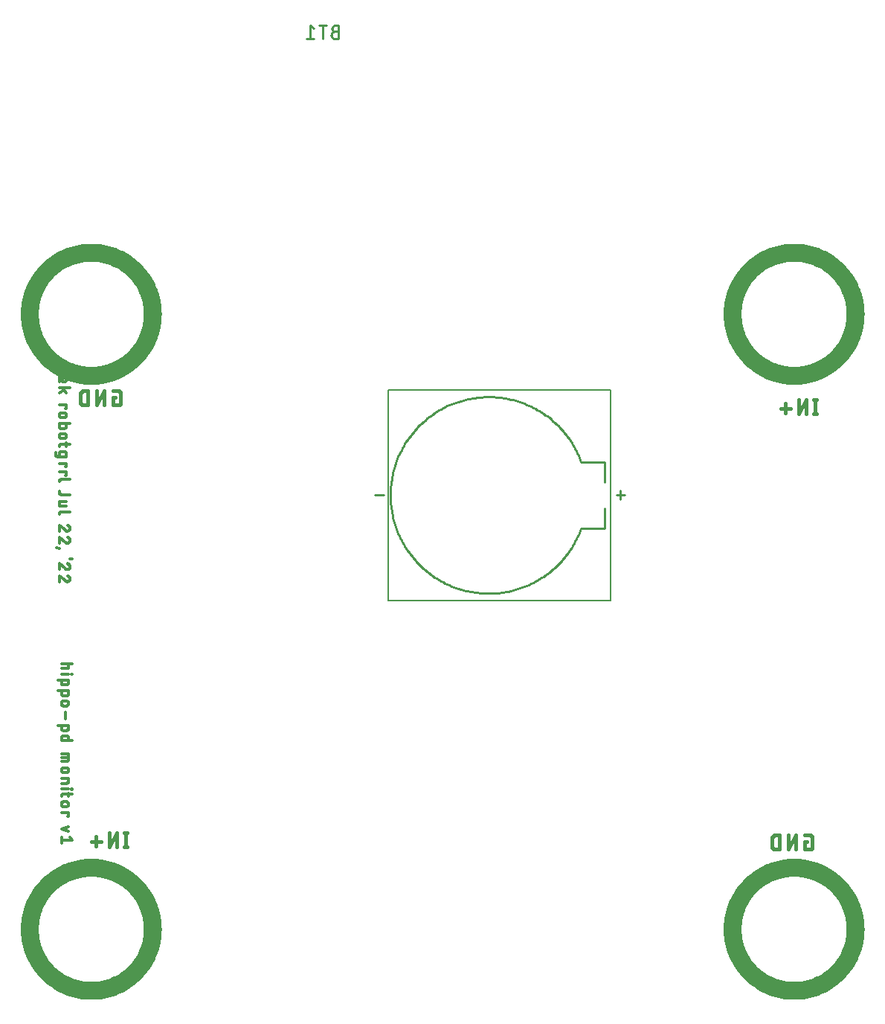
<source format=gbr>
G04 EAGLE Gerber RS-274X export*
G75*
%MOMM*%
%FSLAX34Y34*%
%LPD*%
%INSilkscreen Bottom*%
%IPPOS*%
%AMOC8*
5,1,8,0,0,1.08239X$1,22.5*%
G01*
%ADD10C,0.406400*%
%ADD11C,0.304800*%
%ADD12C,2.000000*%
%ADD13C,0.127000*%
%ADD14C,0.228600*%
%ADD15C,0.254000*%


D10*
X349786Y837833D02*
X347077Y837833D01*
X347077Y828802D01*
X352496Y828802D01*
X352614Y828804D01*
X352732Y828810D01*
X352850Y828819D01*
X352967Y828833D01*
X353084Y828850D01*
X353201Y828871D01*
X353316Y828896D01*
X353431Y828925D01*
X353545Y828958D01*
X353657Y828994D01*
X353768Y829034D01*
X353878Y829077D01*
X353987Y829124D01*
X354094Y829174D01*
X354199Y829229D01*
X354302Y829286D01*
X354403Y829347D01*
X354503Y829411D01*
X354600Y829478D01*
X354695Y829548D01*
X354787Y829622D01*
X354878Y829698D01*
X354965Y829778D01*
X355050Y829860D01*
X355132Y829945D01*
X355212Y830032D01*
X355288Y830123D01*
X355362Y830215D01*
X355432Y830310D01*
X355499Y830407D01*
X355563Y830507D01*
X355624Y830608D01*
X355681Y830711D01*
X355736Y830816D01*
X355786Y830923D01*
X355833Y831032D01*
X355876Y831142D01*
X355916Y831253D01*
X355952Y831365D01*
X355985Y831479D01*
X356014Y831594D01*
X356039Y831709D01*
X356060Y831826D01*
X356077Y831943D01*
X356091Y832060D01*
X356100Y832178D01*
X356106Y832296D01*
X356108Y832414D01*
X356108Y841446D01*
X356106Y841564D01*
X356100Y841682D01*
X356091Y841800D01*
X356077Y841917D01*
X356060Y842034D01*
X356039Y842151D01*
X356014Y842266D01*
X355985Y842381D01*
X355952Y842495D01*
X355916Y842607D01*
X355876Y842718D01*
X355833Y842828D01*
X355786Y842937D01*
X355736Y843044D01*
X355681Y843149D01*
X355624Y843252D01*
X355563Y843353D01*
X355499Y843453D01*
X355432Y843550D01*
X355362Y843645D01*
X355288Y843737D01*
X355212Y843828D01*
X355132Y843915D01*
X355050Y844000D01*
X354965Y844082D01*
X354878Y844162D01*
X354787Y844238D01*
X354695Y844312D01*
X354600Y844382D01*
X354503Y844449D01*
X354403Y844513D01*
X354302Y844574D01*
X354199Y844631D01*
X354094Y844686D01*
X353987Y844736D01*
X353878Y844783D01*
X353768Y844826D01*
X353657Y844866D01*
X353545Y844902D01*
X353431Y844935D01*
X353316Y844964D01*
X353201Y844989D01*
X353084Y845010D01*
X352967Y845027D01*
X352850Y845041D01*
X352732Y845050D01*
X352614Y845056D01*
X352496Y845058D01*
X347077Y845058D01*
X337466Y845058D02*
X337466Y828802D01*
X328435Y828802D02*
X337466Y845058D01*
X328435Y845058D02*
X328435Y828802D01*
X318823Y828802D02*
X318823Y845058D01*
X314308Y845058D01*
X314177Y845056D01*
X314045Y845050D01*
X313914Y845041D01*
X313784Y845027D01*
X313653Y845010D01*
X313524Y844989D01*
X313395Y844965D01*
X313267Y844936D01*
X313139Y844904D01*
X313013Y844868D01*
X312888Y844829D01*
X312763Y844786D01*
X312641Y844739D01*
X312519Y844689D01*
X312399Y844635D01*
X312281Y844578D01*
X312165Y844517D01*
X312050Y844453D01*
X311937Y844386D01*
X311826Y844315D01*
X311718Y844241D01*
X311611Y844164D01*
X311507Y844084D01*
X311405Y844001D01*
X311306Y843916D01*
X311209Y843827D01*
X311115Y843735D01*
X311023Y843641D01*
X310934Y843544D01*
X310849Y843445D01*
X310766Y843343D01*
X310686Y843239D01*
X310609Y843132D01*
X310535Y843024D01*
X310464Y842913D01*
X310397Y842800D01*
X310333Y842685D01*
X310272Y842569D01*
X310215Y842451D01*
X310161Y842331D01*
X310111Y842209D01*
X310064Y842087D01*
X310021Y841962D01*
X309982Y841837D01*
X309946Y841711D01*
X309914Y841583D01*
X309885Y841455D01*
X309861Y841326D01*
X309840Y841197D01*
X309823Y841066D01*
X309809Y840936D01*
X309800Y840805D01*
X309794Y840673D01*
X309792Y840542D01*
X309792Y833318D01*
X309794Y833187D01*
X309800Y833055D01*
X309809Y832924D01*
X309823Y832794D01*
X309840Y832663D01*
X309861Y832534D01*
X309885Y832405D01*
X309914Y832277D01*
X309946Y832149D01*
X309982Y832023D01*
X310021Y831898D01*
X310064Y831773D01*
X310111Y831651D01*
X310161Y831529D01*
X310215Y831409D01*
X310272Y831291D01*
X310333Y831175D01*
X310397Y831060D01*
X310464Y830947D01*
X310535Y830836D01*
X310609Y830728D01*
X310686Y830621D01*
X310766Y830517D01*
X310849Y830415D01*
X310934Y830316D01*
X311023Y830219D01*
X311115Y830125D01*
X311209Y830033D01*
X311306Y829944D01*
X311405Y829859D01*
X311507Y829776D01*
X311611Y829696D01*
X311718Y829619D01*
X311826Y829545D01*
X311937Y829474D01*
X312050Y829407D01*
X312165Y829343D01*
X312281Y829282D01*
X312399Y829225D01*
X312519Y829171D01*
X312641Y829121D01*
X312763Y829074D01*
X312888Y829031D01*
X313013Y828992D01*
X313139Y828956D01*
X313267Y828924D01*
X313395Y828895D01*
X313524Y828871D01*
X313653Y828850D01*
X313784Y828833D01*
X313914Y828819D01*
X314045Y828810D01*
X314177Y828804D01*
X314308Y828802D01*
X318823Y828802D01*
D11*
X300736Y534416D02*
X288544Y534416D01*
X296672Y534416D02*
X296672Y531029D01*
X296670Y530940D01*
X296664Y530852D01*
X296655Y530764D01*
X296641Y530676D01*
X296624Y530589D01*
X296603Y530503D01*
X296578Y530418D01*
X296549Y530334D01*
X296517Y530251D01*
X296482Y530170D01*
X296442Y530091D01*
X296400Y530013D01*
X296354Y529937D01*
X296305Y529863D01*
X296252Y529792D01*
X296197Y529723D01*
X296138Y529656D01*
X296077Y529592D01*
X296013Y529531D01*
X295946Y529472D01*
X295877Y529417D01*
X295806Y529364D01*
X295732Y529315D01*
X295656Y529269D01*
X295578Y529227D01*
X295499Y529187D01*
X295418Y529152D01*
X295335Y529120D01*
X295251Y529091D01*
X295166Y529066D01*
X295080Y529045D01*
X294993Y529028D01*
X294905Y529014D01*
X294817Y529005D01*
X294729Y528999D01*
X294640Y528997D01*
X288544Y528997D01*
X288544Y522581D02*
X296672Y522581D01*
X300059Y522920D02*
X300736Y522920D01*
X300736Y522242D01*
X300059Y522242D01*
X300059Y522920D01*
X296672Y516042D02*
X284480Y516042D01*
X296672Y516042D02*
X296672Y512655D01*
X296670Y512566D01*
X296664Y512478D01*
X296655Y512390D01*
X296641Y512302D01*
X296624Y512215D01*
X296603Y512129D01*
X296578Y512044D01*
X296549Y511960D01*
X296517Y511877D01*
X296482Y511796D01*
X296442Y511717D01*
X296400Y511639D01*
X296354Y511563D01*
X296305Y511489D01*
X296252Y511418D01*
X296197Y511349D01*
X296138Y511282D01*
X296077Y511218D01*
X296013Y511157D01*
X295946Y511098D01*
X295877Y511043D01*
X295806Y510990D01*
X295732Y510941D01*
X295656Y510895D01*
X295578Y510853D01*
X295499Y510813D01*
X295418Y510778D01*
X295335Y510746D01*
X295251Y510717D01*
X295166Y510692D01*
X295080Y510671D01*
X294993Y510654D01*
X294905Y510640D01*
X294817Y510631D01*
X294729Y510625D01*
X294640Y510623D01*
X290576Y510623D01*
X290487Y510625D01*
X290399Y510631D01*
X290311Y510640D01*
X290223Y510654D01*
X290136Y510671D01*
X290050Y510692D01*
X289965Y510717D01*
X289881Y510746D01*
X289798Y510778D01*
X289717Y510813D01*
X289638Y510853D01*
X289560Y510895D01*
X289484Y510941D01*
X289410Y510990D01*
X289339Y511043D01*
X289270Y511098D01*
X289203Y511157D01*
X289139Y511218D01*
X289078Y511282D01*
X289019Y511349D01*
X288964Y511418D01*
X288911Y511489D01*
X288862Y511563D01*
X288816Y511639D01*
X288774Y511717D01*
X288734Y511796D01*
X288699Y511877D01*
X288667Y511960D01*
X288638Y512044D01*
X288613Y512129D01*
X288592Y512215D01*
X288575Y512302D01*
X288561Y512390D01*
X288552Y512478D01*
X288546Y512566D01*
X288544Y512655D01*
X288544Y516042D01*
X284480Y503722D02*
X296672Y503722D01*
X296672Y500335D01*
X296670Y500246D01*
X296664Y500158D01*
X296655Y500070D01*
X296641Y499982D01*
X296624Y499895D01*
X296603Y499809D01*
X296578Y499724D01*
X296549Y499640D01*
X296517Y499557D01*
X296482Y499476D01*
X296442Y499397D01*
X296400Y499319D01*
X296354Y499243D01*
X296305Y499169D01*
X296252Y499098D01*
X296197Y499029D01*
X296138Y498962D01*
X296077Y498898D01*
X296013Y498837D01*
X295946Y498778D01*
X295877Y498723D01*
X295806Y498670D01*
X295732Y498621D01*
X295656Y498575D01*
X295578Y498533D01*
X295499Y498493D01*
X295418Y498458D01*
X295335Y498426D01*
X295251Y498397D01*
X295166Y498372D01*
X295080Y498351D01*
X294993Y498334D01*
X294905Y498320D01*
X294817Y498311D01*
X294729Y498305D01*
X294640Y498303D01*
X290576Y498303D01*
X290487Y498305D01*
X290399Y498311D01*
X290311Y498320D01*
X290223Y498334D01*
X290136Y498351D01*
X290050Y498372D01*
X289965Y498397D01*
X289881Y498426D01*
X289798Y498458D01*
X289717Y498493D01*
X289638Y498533D01*
X289560Y498575D01*
X289484Y498621D01*
X289410Y498670D01*
X289339Y498723D01*
X289270Y498778D01*
X289203Y498837D01*
X289139Y498898D01*
X289078Y498962D01*
X289019Y499029D01*
X288964Y499098D01*
X288911Y499169D01*
X288862Y499243D01*
X288816Y499319D01*
X288774Y499397D01*
X288734Y499476D01*
X288699Y499557D01*
X288667Y499640D01*
X288638Y499724D01*
X288613Y499809D01*
X288592Y499895D01*
X288575Y499982D01*
X288561Y500070D01*
X288552Y500158D01*
X288546Y500246D01*
X288544Y500335D01*
X288544Y503722D01*
X291253Y491982D02*
X293963Y491982D01*
X293963Y491981D02*
X294066Y491979D01*
X294168Y491973D01*
X294270Y491964D01*
X294372Y491950D01*
X294473Y491933D01*
X294573Y491911D01*
X294672Y491886D01*
X294771Y491858D01*
X294868Y491825D01*
X294964Y491789D01*
X295059Y491750D01*
X295152Y491706D01*
X295243Y491660D01*
X295332Y491609D01*
X295420Y491556D01*
X295505Y491499D01*
X295588Y491439D01*
X295669Y491376D01*
X295748Y491310D01*
X295823Y491241D01*
X295897Y491169D01*
X295967Y491095D01*
X296035Y491018D01*
X296099Y490938D01*
X296161Y490856D01*
X296219Y490772D01*
X296274Y490685D01*
X296326Y490597D01*
X296374Y490506D01*
X296419Y490414D01*
X296461Y490321D01*
X296499Y490225D01*
X296533Y490129D01*
X296564Y490031D01*
X296590Y489932D01*
X296614Y489832D01*
X296633Y489731D01*
X296648Y489630D01*
X296660Y489528D01*
X296668Y489426D01*
X296672Y489323D01*
X296672Y489221D01*
X296668Y489118D01*
X296660Y489016D01*
X296648Y488914D01*
X296633Y488813D01*
X296614Y488712D01*
X296590Y488612D01*
X296564Y488513D01*
X296533Y488415D01*
X296499Y488319D01*
X296461Y488223D01*
X296419Y488130D01*
X296374Y488038D01*
X296326Y487947D01*
X296274Y487859D01*
X296219Y487772D01*
X296161Y487688D01*
X296099Y487606D01*
X296035Y487526D01*
X295967Y487449D01*
X295897Y487375D01*
X295823Y487303D01*
X295748Y487234D01*
X295669Y487168D01*
X295588Y487105D01*
X295505Y487045D01*
X295420Y486988D01*
X295332Y486935D01*
X295243Y486884D01*
X295152Y486838D01*
X295059Y486794D01*
X294964Y486755D01*
X294868Y486719D01*
X294771Y486686D01*
X294672Y486658D01*
X294573Y486633D01*
X294473Y486611D01*
X294372Y486594D01*
X294270Y486580D01*
X294168Y486571D01*
X294066Y486565D01*
X293963Y486563D01*
X291253Y486563D01*
X291150Y486565D01*
X291048Y486571D01*
X290946Y486580D01*
X290844Y486594D01*
X290743Y486611D01*
X290643Y486633D01*
X290544Y486658D01*
X290445Y486686D01*
X290348Y486719D01*
X290252Y486755D01*
X290157Y486794D01*
X290064Y486838D01*
X289973Y486884D01*
X289884Y486935D01*
X289796Y486988D01*
X289711Y487045D01*
X289628Y487105D01*
X289547Y487168D01*
X289468Y487234D01*
X289393Y487303D01*
X289319Y487375D01*
X289249Y487449D01*
X289181Y487526D01*
X289117Y487606D01*
X289055Y487688D01*
X288997Y487772D01*
X288942Y487859D01*
X288890Y487947D01*
X288842Y488038D01*
X288797Y488130D01*
X288755Y488223D01*
X288717Y488319D01*
X288683Y488415D01*
X288652Y488513D01*
X288626Y488612D01*
X288602Y488712D01*
X288583Y488813D01*
X288568Y488914D01*
X288556Y489016D01*
X288548Y489118D01*
X288544Y489221D01*
X288544Y489323D01*
X288548Y489426D01*
X288556Y489528D01*
X288568Y489630D01*
X288583Y489731D01*
X288602Y489832D01*
X288626Y489932D01*
X288652Y490031D01*
X288683Y490129D01*
X288717Y490225D01*
X288755Y490321D01*
X288797Y490414D01*
X288842Y490506D01*
X288890Y490597D01*
X288942Y490685D01*
X288997Y490772D01*
X289055Y490856D01*
X289117Y490938D01*
X289181Y491018D01*
X289249Y491095D01*
X289319Y491169D01*
X289393Y491241D01*
X289468Y491310D01*
X289547Y491376D01*
X289628Y491439D01*
X289711Y491499D01*
X289796Y491556D01*
X289884Y491609D01*
X289973Y491660D01*
X290064Y491706D01*
X290157Y491750D01*
X290252Y491789D01*
X290348Y491825D01*
X290445Y491858D01*
X290544Y491886D01*
X290643Y491911D01*
X290743Y491933D01*
X290844Y491950D01*
X290946Y491964D01*
X291048Y491973D01*
X291150Y491979D01*
X291253Y491981D01*
X293285Y479648D02*
X293285Y471520D01*
X296672Y464025D02*
X284480Y464025D01*
X296672Y464025D02*
X296672Y460639D01*
X296670Y460550D01*
X296664Y460462D01*
X296655Y460374D01*
X296641Y460286D01*
X296624Y460199D01*
X296603Y460113D01*
X296578Y460028D01*
X296549Y459944D01*
X296517Y459861D01*
X296482Y459780D01*
X296442Y459701D01*
X296400Y459623D01*
X296354Y459547D01*
X296305Y459473D01*
X296252Y459402D01*
X296197Y459333D01*
X296138Y459266D01*
X296077Y459202D01*
X296013Y459141D01*
X295946Y459082D01*
X295877Y459027D01*
X295806Y458974D01*
X295732Y458925D01*
X295656Y458879D01*
X295578Y458837D01*
X295499Y458797D01*
X295418Y458762D01*
X295335Y458730D01*
X295251Y458701D01*
X295166Y458676D01*
X295080Y458655D01*
X294993Y458638D01*
X294905Y458624D01*
X294817Y458615D01*
X294729Y458609D01*
X294640Y458607D01*
X290576Y458607D01*
X290487Y458609D01*
X290399Y458615D01*
X290311Y458624D01*
X290223Y458638D01*
X290136Y458655D01*
X290050Y458676D01*
X289965Y458701D01*
X289881Y458730D01*
X289798Y458762D01*
X289717Y458797D01*
X289638Y458837D01*
X289560Y458879D01*
X289484Y458925D01*
X289410Y458974D01*
X289339Y459027D01*
X289270Y459082D01*
X289203Y459141D01*
X289139Y459202D01*
X289078Y459266D01*
X289019Y459333D01*
X288964Y459402D01*
X288911Y459473D01*
X288862Y459547D01*
X288816Y459623D01*
X288774Y459701D01*
X288734Y459780D01*
X288699Y459861D01*
X288667Y459944D01*
X288638Y460028D01*
X288613Y460113D01*
X288592Y460199D01*
X288575Y460286D01*
X288561Y460374D01*
X288552Y460462D01*
X288546Y460550D01*
X288544Y460639D01*
X288544Y464025D01*
X288544Y446989D02*
X300736Y446989D01*
X288544Y446989D02*
X288544Y450376D01*
X288546Y450465D01*
X288552Y450553D01*
X288561Y450641D01*
X288575Y450729D01*
X288592Y450816D01*
X288613Y450902D01*
X288638Y450987D01*
X288667Y451071D01*
X288699Y451154D01*
X288734Y451235D01*
X288774Y451314D01*
X288816Y451392D01*
X288862Y451468D01*
X288911Y451542D01*
X288964Y451613D01*
X289019Y451682D01*
X289078Y451749D01*
X289139Y451813D01*
X289203Y451874D01*
X289270Y451933D01*
X289339Y451988D01*
X289410Y452041D01*
X289484Y452090D01*
X289560Y452136D01*
X289638Y452178D01*
X289717Y452218D01*
X289798Y452253D01*
X289881Y452285D01*
X289965Y452314D01*
X290050Y452339D01*
X290136Y452360D01*
X290223Y452377D01*
X290311Y452391D01*
X290399Y452400D01*
X290487Y452406D01*
X290576Y452408D01*
X294640Y452408D01*
X294729Y452406D01*
X294817Y452400D01*
X294905Y452391D01*
X294993Y452377D01*
X295080Y452360D01*
X295166Y452339D01*
X295251Y452314D01*
X295335Y452285D01*
X295418Y452253D01*
X295499Y452218D01*
X295578Y452178D01*
X295656Y452136D01*
X295732Y452090D01*
X295806Y452041D01*
X295877Y451988D01*
X295946Y451933D01*
X296013Y451874D01*
X296077Y451813D01*
X296138Y451749D01*
X296197Y451682D01*
X296252Y451613D01*
X296305Y451542D01*
X296354Y451468D01*
X296400Y451392D01*
X296442Y451314D01*
X296482Y451235D01*
X296517Y451154D01*
X296549Y451071D01*
X296578Y450987D01*
X296603Y450902D01*
X296624Y450816D01*
X296641Y450729D01*
X296655Y450641D01*
X296664Y450553D01*
X296670Y450465D01*
X296672Y450376D01*
X296672Y446989D01*
X296672Y431738D02*
X288544Y431738D01*
X296672Y431738D02*
X296672Y425642D01*
X296670Y425553D01*
X296664Y425465D01*
X296655Y425377D01*
X296641Y425289D01*
X296624Y425202D01*
X296603Y425116D01*
X296578Y425031D01*
X296549Y424947D01*
X296517Y424864D01*
X296482Y424783D01*
X296442Y424704D01*
X296400Y424626D01*
X296354Y424550D01*
X296305Y424476D01*
X296252Y424405D01*
X296197Y424336D01*
X296138Y424269D01*
X296077Y424205D01*
X296013Y424144D01*
X295946Y424085D01*
X295877Y424030D01*
X295806Y423977D01*
X295732Y423928D01*
X295656Y423882D01*
X295578Y423840D01*
X295499Y423800D01*
X295418Y423765D01*
X295335Y423733D01*
X295251Y423704D01*
X295166Y423679D01*
X295080Y423658D01*
X294993Y423641D01*
X294905Y423627D01*
X294817Y423618D01*
X294729Y423612D01*
X294640Y423610D01*
X288544Y423610D01*
X288544Y427674D02*
X296672Y427674D01*
X293963Y416238D02*
X291253Y416238D01*
X293963Y416238D02*
X294066Y416236D01*
X294168Y416230D01*
X294270Y416221D01*
X294372Y416207D01*
X294473Y416190D01*
X294573Y416168D01*
X294672Y416143D01*
X294771Y416115D01*
X294868Y416082D01*
X294964Y416046D01*
X295059Y416007D01*
X295152Y415963D01*
X295243Y415917D01*
X295332Y415866D01*
X295420Y415813D01*
X295505Y415756D01*
X295588Y415696D01*
X295669Y415633D01*
X295748Y415567D01*
X295823Y415498D01*
X295897Y415426D01*
X295967Y415352D01*
X296035Y415275D01*
X296099Y415195D01*
X296161Y415113D01*
X296219Y415029D01*
X296274Y414942D01*
X296326Y414854D01*
X296374Y414763D01*
X296419Y414671D01*
X296461Y414578D01*
X296499Y414482D01*
X296533Y414386D01*
X296564Y414288D01*
X296590Y414189D01*
X296614Y414089D01*
X296633Y413988D01*
X296648Y413887D01*
X296660Y413785D01*
X296668Y413683D01*
X296672Y413580D01*
X296672Y413478D01*
X296668Y413375D01*
X296660Y413273D01*
X296648Y413171D01*
X296633Y413070D01*
X296614Y412969D01*
X296590Y412869D01*
X296564Y412770D01*
X296533Y412672D01*
X296499Y412576D01*
X296461Y412480D01*
X296419Y412387D01*
X296374Y412295D01*
X296326Y412204D01*
X296274Y412116D01*
X296219Y412029D01*
X296161Y411945D01*
X296099Y411863D01*
X296035Y411783D01*
X295967Y411706D01*
X295897Y411632D01*
X295823Y411560D01*
X295748Y411491D01*
X295669Y411425D01*
X295588Y411362D01*
X295505Y411302D01*
X295420Y411245D01*
X295332Y411192D01*
X295243Y411141D01*
X295152Y411095D01*
X295059Y411051D01*
X294964Y411012D01*
X294868Y410976D01*
X294771Y410943D01*
X294672Y410915D01*
X294573Y410890D01*
X294473Y410868D01*
X294372Y410851D01*
X294270Y410837D01*
X294168Y410828D01*
X294066Y410822D01*
X293963Y410820D01*
X291253Y410820D01*
X291150Y410822D01*
X291048Y410828D01*
X290946Y410837D01*
X290844Y410851D01*
X290743Y410868D01*
X290643Y410890D01*
X290544Y410915D01*
X290445Y410943D01*
X290348Y410976D01*
X290252Y411012D01*
X290157Y411051D01*
X290064Y411095D01*
X289973Y411141D01*
X289884Y411192D01*
X289796Y411245D01*
X289711Y411302D01*
X289628Y411362D01*
X289547Y411425D01*
X289468Y411491D01*
X289393Y411560D01*
X289319Y411632D01*
X289249Y411706D01*
X289181Y411783D01*
X289117Y411863D01*
X289055Y411945D01*
X288997Y412029D01*
X288942Y412116D01*
X288890Y412204D01*
X288842Y412295D01*
X288797Y412387D01*
X288755Y412480D01*
X288717Y412576D01*
X288683Y412672D01*
X288652Y412770D01*
X288626Y412869D01*
X288602Y412969D01*
X288583Y413070D01*
X288568Y413171D01*
X288556Y413273D01*
X288548Y413375D01*
X288544Y413478D01*
X288544Y413580D01*
X288548Y413683D01*
X288556Y413785D01*
X288568Y413887D01*
X288583Y413988D01*
X288602Y414089D01*
X288626Y414189D01*
X288652Y414288D01*
X288683Y414386D01*
X288717Y414482D01*
X288755Y414578D01*
X288797Y414671D01*
X288842Y414763D01*
X288890Y414854D01*
X288942Y414942D01*
X288997Y415029D01*
X289055Y415113D01*
X289117Y415195D01*
X289181Y415275D01*
X289249Y415352D01*
X289319Y415426D01*
X289393Y415498D01*
X289468Y415567D01*
X289547Y415633D01*
X289628Y415696D01*
X289711Y415756D01*
X289796Y415813D01*
X289884Y415866D01*
X289973Y415917D01*
X290064Y415963D01*
X290157Y416007D01*
X290252Y416046D01*
X290348Y416082D01*
X290445Y416115D01*
X290544Y416143D01*
X290643Y416168D01*
X290743Y416190D01*
X290844Y416207D01*
X290946Y416221D01*
X291048Y416230D01*
X291150Y416236D01*
X291253Y416238D01*
X288544Y403919D02*
X296672Y403919D01*
X296672Y400532D01*
X296670Y400443D01*
X296664Y400355D01*
X296655Y400267D01*
X296641Y400179D01*
X296624Y400092D01*
X296603Y400006D01*
X296578Y399921D01*
X296549Y399837D01*
X296517Y399754D01*
X296482Y399673D01*
X296442Y399594D01*
X296400Y399516D01*
X296354Y399440D01*
X296305Y399366D01*
X296252Y399295D01*
X296197Y399226D01*
X296138Y399159D01*
X296077Y399095D01*
X296013Y399034D01*
X295946Y398975D01*
X295877Y398920D01*
X295806Y398867D01*
X295732Y398818D01*
X295656Y398772D01*
X295578Y398730D01*
X295499Y398690D01*
X295418Y398655D01*
X295335Y398623D01*
X295251Y398594D01*
X295166Y398569D01*
X295080Y398548D01*
X294993Y398531D01*
X294905Y398517D01*
X294817Y398508D01*
X294729Y398502D01*
X294640Y398500D01*
X288544Y398500D01*
X288544Y392084D02*
X296672Y392084D01*
X300059Y392422D02*
X300736Y392422D01*
X300736Y391745D01*
X300059Y391745D01*
X300059Y392422D01*
X296672Y387464D02*
X296672Y383400D01*
X300736Y386110D02*
X290576Y386110D01*
X290487Y386108D01*
X290399Y386102D01*
X290311Y386093D01*
X290223Y386079D01*
X290136Y386062D01*
X290050Y386041D01*
X289965Y386016D01*
X289881Y385987D01*
X289798Y385955D01*
X289717Y385920D01*
X289638Y385880D01*
X289560Y385838D01*
X289484Y385792D01*
X289410Y385743D01*
X289339Y385690D01*
X289270Y385635D01*
X289203Y385576D01*
X289139Y385515D01*
X289078Y385451D01*
X289019Y385384D01*
X288964Y385315D01*
X288911Y385244D01*
X288862Y385170D01*
X288816Y385094D01*
X288774Y385016D01*
X288734Y384937D01*
X288699Y384856D01*
X288667Y384773D01*
X288638Y384689D01*
X288613Y384604D01*
X288592Y384518D01*
X288575Y384431D01*
X288561Y384343D01*
X288552Y384255D01*
X288546Y384167D01*
X288544Y384078D01*
X288544Y383400D01*
X291253Y377454D02*
X293963Y377454D01*
X294066Y377452D01*
X294168Y377446D01*
X294270Y377437D01*
X294372Y377423D01*
X294473Y377406D01*
X294573Y377384D01*
X294672Y377359D01*
X294771Y377331D01*
X294868Y377298D01*
X294964Y377262D01*
X295059Y377223D01*
X295152Y377179D01*
X295243Y377133D01*
X295332Y377082D01*
X295420Y377029D01*
X295505Y376972D01*
X295588Y376912D01*
X295669Y376849D01*
X295748Y376783D01*
X295823Y376714D01*
X295897Y376642D01*
X295967Y376568D01*
X296035Y376491D01*
X296099Y376411D01*
X296161Y376329D01*
X296219Y376245D01*
X296274Y376158D01*
X296326Y376070D01*
X296374Y375979D01*
X296419Y375887D01*
X296461Y375794D01*
X296499Y375698D01*
X296533Y375602D01*
X296564Y375504D01*
X296590Y375405D01*
X296614Y375305D01*
X296633Y375204D01*
X296648Y375103D01*
X296660Y375001D01*
X296668Y374899D01*
X296672Y374796D01*
X296672Y374694D01*
X296668Y374591D01*
X296660Y374489D01*
X296648Y374387D01*
X296633Y374286D01*
X296614Y374185D01*
X296590Y374085D01*
X296564Y373986D01*
X296533Y373888D01*
X296499Y373792D01*
X296461Y373696D01*
X296419Y373603D01*
X296374Y373511D01*
X296326Y373420D01*
X296274Y373332D01*
X296219Y373245D01*
X296161Y373161D01*
X296099Y373079D01*
X296035Y372999D01*
X295967Y372922D01*
X295897Y372848D01*
X295823Y372776D01*
X295748Y372707D01*
X295669Y372641D01*
X295588Y372578D01*
X295505Y372518D01*
X295420Y372461D01*
X295332Y372408D01*
X295243Y372357D01*
X295152Y372311D01*
X295059Y372267D01*
X294964Y372228D01*
X294868Y372192D01*
X294771Y372159D01*
X294672Y372131D01*
X294573Y372106D01*
X294473Y372084D01*
X294372Y372067D01*
X294270Y372053D01*
X294168Y372044D01*
X294066Y372038D01*
X293963Y372036D01*
X291253Y372036D01*
X291150Y372038D01*
X291048Y372044D01*
X290946Y372053D01*
X290844Y372067D01*
X290743Y372084D01*
X290643Y372106D01*
X290544Y372131D01*
X290445Y372159D01*
X290348Y372192D01*
X290252Y372228D01*
X290157Y372267D01*
X290064Y372311D01*
X289973Y372357D01*
X289884Y372408D01*
X289796Y372461D01*
X289711Y372518D01*
X289628Y372578D01*
X289547Y372641D01*
X289468Y372707D01*
X289393Y372776D01*
X289319Y372848D01*
X289249Y372922D01*
X289181Y372999D01*
X289117Y373079D01*
X289055Y373161D01*
X288997Y373245D01*
X288942Y373332D01*
X288890Y373420D01*
X288842Y373511D01*
X288797Y373603D01*
X288755Y373696D01*
X288717Y373792D01*
X288683Y373888D01*
X288652Y373986D01*
X288626Y374085D01*
X288602Y374185D01*
X288583Y374286D01*
X288568Y374387D01*
X288556Y374489D01*
X288548Y374591D01*
X288544Y374694D01*
X288544Y374796D01*
X288548Y374899D01*
X288556Y375001D01*
X288568Y375103D01*
X288583Y375204D01*
X288602Y375305D01*
X288626Y375405D01*
X288652Y375504D01*
X288683Y375602D01*
X288717Y375698D01*
X288755Y375794D01*
X288797Y375887D01*
X288842Y375979D01*
X288890Y376070D01*
X288942Y376158D01*
X288997Y376245D01*
X289055Y376329D01*
X289117Y376411D01*
X289181Y376491D01*
X289249Y376568D01*
X289319Y376642D01*
X289393Y376714D01*
X289468Y376783D01*
X289547Y376849D01*
X289628Y376912D01*
X289711Y376972D01*
X289796Y377029D01*
X289884Y377082D01*
X289973Y377133D01*
X290064Y377179D01*
X290157Y377223D01*
X290252Y377262D01*
X290348Y377298D01*
X290445Y377331D01*
X290544Y377359D01*
X290643Y377384D01*
X290743Y377406D01*
X290844Y377423D01*
X290946Y377437D01*
X291048Y377446D01*
X291150Y377452D01*
X291253Y377454D01*
X288544Y364996D02*
X296672Y364996D01*
X296672Y360932D01*
X295317Y360932D01*
X296672Y349165D02*
X288544Y346455D01*
X296672Y343746D01*
X298027Y337522D02*
X300736Y334136D01*
X288544Y334136D01*
X288544Y337522D02*
X288544Y330749D01*
X286004Y855387D02*
X286004Y858774D01*
X286006Y858863D01*
X286012Y858951D01*
X286021Y859039D01*
X286035Y859127D01*
X286052Y859214D01*
X286073Y859300D01*
X286098Y859385D01*
X286127Y859469D01*
X286159Y859552D01*
X286194Y859633D01*
X286234Y859712D01*
X286276Y859790D01*
X286322Y859866D01*
X286371Y859940D01*
X286424Y860011D01*
X286479Y860080D01*
X286538Y860147D01*
X286599Y860211D01*
X286663Y860272D01*
X286730Y860331D01*
X286799Y860386D01*
X286870Y860439D01*
X286944Y860488D01*
X287020Y860534D01*
X287098Y860576D01*
X287177Y860616D01*
X287258Y860651D01*
X287341Y860683D01*
X287425Y860712D01*
X287510Y860737D01*
X287596Y860758D01*
X287683Y860775D01*
X287771Y860789D01*
X287859Y860798D01*
X287947Y860804D01*
X288036Y860806D01*
X291423Y860806D01*
X291526Y860804D01*
X291628Y860798D01*
X291730Y860789D01*
X291832Y860775D01*
X291933Y860758D01*
X292033Y860736D01*
X292132Y860711D01*
X292231Y860683D01*
X292328Y860650D01*
X292424Y860614D01*
X292519Y860575D01*
X292612Y860531D01*
X292703Y860485D01*
X292792Y860434D01*
X292880Y860381D01*
X292965Y860324D01*
X293048Y860264D01*
X293129Y860201D01*
X293208Y860135D01*
X293283Y860066D01*
X293357Y859994D01*
X293427Y859920D01*
X293495Y859843D01*
X293559Y859763D01*
X293621Y859681D01*
X293679Y859597D01*
X293734Y859510D01*
X293786Y859422D01*
X293834Y859331D01*
X293879Y859239D01*
X293921Y859146D01*
X293959Y859050D01*
X293993Y858954D01*
X294024Y858856D01*
X294050Y858757D01*
X294074Y858657D01*
X294093Y858556D01*
X294108Y858455D01*
X294120Y858353D01*
X294128Y858251D01*
X294132Y858148D01*
X294132Y858046D01*
X294128Y857943D01*
X294120Y857841D01*
X294108Y857739D01*
X294093Y857638D01*
X294074Y857537D01*
X294050Y857437D01*
X294024Y857338D01*
X293993Y857240D01*
X293959Y857144D01*
X293921Y857048D01*
X293879Y856955D01*
X293834Y856863D01*
X293786Y856772D01*
X293734Y856684D01*
X293679Y856597D01*
X293621Y856513D01*
X293559Y856431D01*
X293495Y856351D01*
X293427Y856274D01*
X293357Y856200D01*
X293283Y856128D01*
X293208Y856059D01*
X293129Y855993D01*
X293048Y855930D01*
X292965Y855870D01*
X292880Y855813D01*
X292792Y855760D01*
X292703Y855709D01*
X292612Y855663D01*
X292519Y855619D01*
X292424Y855580D01*
X292328Y855544D01*
X292231Y855511D01*
X292132Y855483D01*
X292033Y855458D01*
X291933Y855436D01*
X291832Y855419D01*
X291730Y855405D01*
X291628Y855396D01*
X291526Y855390D01*
X291423Y855388D01*
X291423Y855387D02*
X290068Y855387D01*
X290068Y860806D01*
X286004Y848204D02*
X298196Y848204D01*
X294132Y842785D02*
X290068Y848204D01*
X291761Y845833D02*
X286004Y842785D01*
X286004Y829184D02*
X294132Y829184D01*
X294132Y825120D01*
X292777Y825120D01*
X291423Y820197D02*
X288713Y820197D01*
X291423Y820196D02*
X291526Y820194D01*
X291628Y820188D01*
X291730Y820179D01*
X291832Y820165D01*
X291933Y820148D01*
X292033Y820126D01*
X292132Y820101D01*
X292231Y820073D01*
X292328Y820040D01*
X292424Y820004D01*
X292519Y819965D01*
X292612Y819921D01*
X292703Y819875D01*
X292792Y819824D01*
X292880Y819771D01*
X292965Y819714D01*
X293048Y819654D01*
X293129Y819591D01*
X293208Y819525D01*
X293283Y819456D01*
X293357Y819384D01*
X293427Y819310D01*
X293495Y819233D01*
X293559Y819153D01*
X293621Y819071D01*
X293679Y818987D01*
X293734Y818900D01*
X293786Y818812D01*
X293834Y818721D01*
X293879Y818629D01*
X293921Y818536D01*
X293959Y818440D01*
X293993Y818344D01*
X294024Y818246D01*
X294050Y818147D01*
X294074Y818047D01*
X294093Y817946D01*
X294108Y817845D01*
X294120Y817743D01*
X294128Y817641D01*
X294132Y817538D01*
X294132Y817436D01*
X294128Y817333D01*
X294120Y817231D01*
X294108Y817129D01*
X294093Y817028D01*
X294074Y816927D01*
X294050Y816827D01*
X294024Y816728D01*
X293993Y816630D01*
X293959Y816534D01*
X293921Y816438D01*
X293879Y816345D01*
X293834Y816253D01*
X293786Y816162D01*
X293734Y816074D01*
X293679Y815987D01*
X293621Y815903D01*
X293559Y815821D01*
X293495Y815741D01*
X293427Y815664D01*
X293357Y815590D01*
X293283Y815518D01*
X293208Y815449D01*
X293129Y815383D01*
X293048Y815320D01*
X292965Y815260D01*
X292880Y815203D01*
X292792Y815150D01*
X292703Y815099D01*
X292612Y815053D01*
X292519Y815009D01*
X292424Y814970D01*
X292328Y814934D01*
X292231Y814901D01*
X292132Y814873D01*
X292033Y814848D01*
X291933Y814826D01*
X291832Y814809D01*
X291730Y814795D01*
X291628Y814786D01*
X291526Y814780D01*
X291423Y814778D01*
X288713Y814778D01*
X288610Y814780D01*
X288508Y814786D01*
X288406Y814795D01*
X288304Y814809D01*
X288203Y814826D01*
X288103Y814848D01*
X288004Y814873D01*
X287905Y814901D01*
X287808Y814934D01*
X287712Y814970D01*
X287617Y815009D01*
X287524Y815053D01*
X287433Y815099D01*
X287344Y815150D01*
X287256Y815203D01*
X287171Y815260D01*
X287088Y815320D01*
X287007Y815383D01*
X286928Y815449D01*
X286853Y815518D01*
X286779Y815590D01*
X286709Y815664D01*
X286641Y815741D01*
X286577Y815821D01*
X286515Y815903D01*
X286457Y815987D01*
X286402Y816074D01*
X286350Y816162D01*
X286302Y816253D01*
X286257Y816345D01*
X286215Y816438D01*
X286177Y816534D01*
X286143Y816630D01*
X286112Y816728D01*
X286086Y816827D01*
X286062Y816927D01*
X286043Y817028D01*
X286028Y817129D01*
X286016Y817231D01*
X286008Y817333D01*
X286004Y817436D01*
X286004Y817538D01*
X286008Y817641D01*
X286016Y817743D01*
X286028Y817845D01*
X286043Y817946D01*
X286062Y818047D01*
X286086Y818147D01*
X286112Y818246D01*
X286143Y818344D01*
X286177Y818440D01*
X286215Y818536D01*
X286257Y818629D01*
X286302Y818721D01*
X286350Y818812D01*
X286402Y818900D01*
X286457Y818987D01*
X286515Y819071D01*
X286577Y819153D01*
X286641Y819233D01*
X286709Y819310D01*
X286779Y819384D01*
X286853Y819456D01*
X286928Y819525D01*
X287007Y819591D01*
X287088Y819654D01*
X287171Y819714D01*
X287256Y819771D01*
X287344Y819824D01*
X287433Y819875D01*
X287524Y819921D01*
X287617Y819965D01*
X287712Y820004D01*
X287808Y820040D01*
X287905Y820073D01*
X288004Y820101D01*
X288103Y820126D01*
X288203Y820148D01*
X288304Y820165D01*
X288406Y820179D01*
X288508Y820188D01*
X288610Y820194D01*
X288713Y820196D01*
X286004Y807754D02*
X298196Y807754D01*
X286004Y807754D02*
X286004Y804368D01*
X286006Y804279D01*
X286012Y804191D01*
X286021Y804103D01*
X286035Y804015D01*
X286052Y803928D01*
X286073Y803842D01*
X286098Y803757D01*
X286127Y803673D01*
X286159Y803590D01*
X286194Y803509D01*
X286234Y803430D01*
X286276Y803352D01*
X286322Y803276D01*
X286371Y803202D01*
X286424Y803131D01*
X286479Y803062D01*
X286538Y802995D01*
X286599Y802931D01*
X286663Y802870D01*
X286730Y802811D01*
X286799Y802756D01*
X286870Y802703D01*
X286944Y802654D01*
X287020Y802608D01*
X287098Y802566D01*
X287177Y802526D01*
X287258Y802491D01*
X287341Y802459D01*
X287425Y802430D01*
X287510Y802405D01*
X287596Y802384D01*
X287683Y802367D01*
X287771Y802353D01*
X287859Y802344D01*
X287947Y802338D01*
X288036Y802336D01*
X292100Y802336D01*
X292189Y802338D01*
X292277Y802344D01*
X292365Y802353D01*
X292453Y802367D01*
X292540Y802384D01*
X292626Y802405D01*
X292711Y802430D01*
X292795Y802459D01*
X292878Y802491D01*
X292959Y802526D01*
X293038Y802566D01*
X293116Y802608D01*
X293192Y802654D01*
X293266Y802703D01*
X293337Y802756D01*
X293406Y802811D01*
X293473Y802870D01*
X293537Y802931D01*
X293598Y802995D01*
X293657Y803062D01*
X293712Y803131D01*
X293765Y803202D01*
X293814Y803276D01*
X293860Y803352D01*
X293902Y803430D01*
X293942Y803509D01*
X293977Y803590D01*
X294009Y803673D01*
X294038Y803757D01*
X294063Y803842D01*
X294084Y803928D01*
X294101Y804015D01*
X294115Y804103D01*
X294124Y804191D01*
X294130Y804279D01*
X294132Y804368D01*
X294132Y807754D01*
X291423Y796014D02*
X288713Y796014D01*
X291423Y796013D02*
X291526Y796011D01*
X291628Y796005D01*
X291730Y795996D01*
X291832Y795982D01*
X291933Y795965D01*
X292033Y795943D01*
X292132Y795918D01*
X292231Y795890D01*
X292328Y795857D01*
X292424Y795821D01*
X292519Y795782D01*
X292612Y795738D01*
X292703Y795692D01*
X292792Y795641D01*
X292880Y795588D01*
X292965Y795531D01*
X293048Y795471D01*
X293129Y795408D01*
X293208Y795342D01*
X293283Y795273D01*
X293357Y795201D01*
X293427Y795127D01*
X293495Y795050D01*
X293559Y794970D01*
X293621Y794888D01*
X293679Y794804D01*
X293734Y794717D01*
X293786Y794629D01*
X293834Y794538D01*
X293879Y794446D01*
X293921Y794353D01*
X293959Y794257D01*
X293993Y794161D01*
X294024Y794063D01*
X294050Y793964D01*
X294074Y793864D01*
X294093Y793763D01*
X294108Y793662D01*
X294120Y793560D01*
X294128Y793458D01*
X294132Y793355D01*
X294132Y793253D01*
X294128Y793150D01*
X294120Y793048D01*
X294108Y792946D01*
X294093Y792845D01*
X294074Y792744D01*
X294050Y792644D01*
X294024Y792545D01*
X293993Y792447D01*
X293959Y792351D01*
X293921Y792255D01*
X293879Y792162D01*
X293834Y792070D01*
X293786Y791979D01*
X293734Y791891D01*
X293679Y791804D01*
X293621Y791720D01*
X293559Y791638D01*
X293495Y791558D01*
X293427Y791481D01*
X293357Y791407D01*
X293283Y791335D01*
X293208Y791266D01*
X293129Y791200D01*
X293048Y791137D01*
X292965Y791077D01*
X292880Y791020D01*
X292792Y790967D01*
X292703Y790916D01*
X292612Y790870D01*
X292519Y790826D01*
X292424Y790787D01*
X292328Y790751D01*
X292231Y790718D01*
X292132Y790690D01*
X292033Y790665D01*
X291933Y790643D01*
X291832Y790626D01*
X291730Y790612D01*
X291628Y790603D01*
X291526Y790597D01*
X291423Y790595D01*
X288713Y790595D01*
X288610Y790597D01*
X288508Y790603D01*
X288406Y790612D01*
X288304Y790626D01*
X288203Y790643D01*
X288103Y790665D01*
X288004Y790690D01*
X287905Y790718D01*
X287808Y790751D01*
X287712Y790787D01*
X287617Y790826D01*
X287524Y790870D01*
X287433Y790916D01*
X287344Y790967D01*
X287256Y791020D01*
X287171Y791077D01*
X287088Y791137D01*
X287007Y791200D01*
X286928Y791266D01*
X286853Y791335D01*
X286779Y791407D01*
X286709Y791481D01*
X286641Y791558D01*
X286577Y791638D01*
X286515Y791720D01*
X286457Y791804D01*
X286402Y791891D01*
X286350Y791979D01*
X286302Y792070D01*
X286257Y792162D01*
X286215Y792255D01*
X286177Y792351D01*
X286143Y792447D01*
X286112Y792545D01*
X286086Y792644D01*
X286062Y792744D01*
X286043Y792845D01*
X286028Y792946D01*
X286016Y793048D01*
X286008Y793150D01*
X286004Y793253D01*
X286004Y793355D01*
X286008Y793458D01*
X286016Y793560D01*
X286028Y793662D01*
X286043Y793763D01*
X286062Y793864D01*
X286086Y793964D01*
X286112Y794063D01*
X286143Y794161D01*
X286177Y794257D01*
X286215Y794353D01*
X286257Y794446D01*
X286302Y794538D01*
X286350Y794629D01*
X286402Y794717D01*
X286457Y794804D01*
X286515Y794888D01*
X286577Y794970D01*
X286641Y795050D01*
X286709Y795127D01*
X286779Y795201D01*
X286853Y795273D01*
X286928Y795342D01*
X287007Y795408D01*
X287088Y795471D01*
X287171Y795531D01*
X287256Y795588D01*
X287344Y795641D01*
X287433Y795692D01*
X287524Y795738D01*
X287617Y795782D01*
X287712Y795821D01*
X287808Y795857D01*
X287905Y795890D01*
X288004Y795918D01*
X288103Y795943D01*
X288203Y795965D01*
X288304Y795982D01*
X288406Y795996D01*
X288508Y796005D01*
X288610Y796011D01*
X288713Y796013D01*
X294132Y785491D02*
X294132Y781427D01*
X298196Y784136D02*
X288036Y784136D01*
X287947Y784134D01*
X287859Y784128D01*
X287771Y784119D01*
X287683Y784105D01*
X287596Y784088D01*
X287510Y784067D01*
X287425Y784042D01*
X287341Y784013D01*
X287258Y783981D01*
X287177Y783946D01*
X287098Y783906D01*
X287020Y783864D01*
X286944Y783818D01*
X286870Y783769D01*
X286799Y783716D01*
X286730Y783661D01*
X286663Y783602D01*
X286599Y783541D01*
X286538Y783477D01*
X286479Y783410D01*
X286424Y783341D01*
X286371Y783270D01*
X286322Y783196D01*
X286276Y783120D01*
X286234Y783042D01*
X286194Y782963D01*
X286159Y782882D01*
X286127Y782799D01*
X286098Y782715D01*
X286073Y782630D01*
X286052Y782544D01*
X286035Y782457D01*
X286021Y782369D01*
X286012Y782281D01*
X286006Y782193D01*
X286004Y782104D01*
X286004Y781427D01*
X286004Y773572D02*
X286004Y770185D01*
X286004Y773572D02*
X286006Y773661D01*
X286012Y773749D01*
X286021Y773837D01*
X286035Y773925D01*
X286052Y774012D01*
X286073Y774098D01*
X286098Y774183D01*
X286127Y774267D01*
X286159Y774350D01*
X286194Y774431D01*
X286234Y774510D01*
X286276Y774588D01*
X286322Y774664D01*
X286371Y774738D01*
X286424Y774809D01*
X286479Y774878D01*
X286538Y774945D01*
X286599Y775009D01*
X286663Y775070D01*
X286730Y775129D01*
X286799Y775184D01*
X286870Y775237D01*
X286944Y775286D01*
X287020Y775332D01*
X287098Y775374D01*
X287177Y775414D01*
X287258Y775449D01*
X287341Y775481D01*
X287425Y775510D01*
X287510Y775535D01*
X287596Y775556D01*
X287683Y775573D01*
X287771Y775587D01*
X287859Y775596D01*
X287947Y775602D01*
X288036Y775604D01*
X292100Y775604D01*
X292189Y775602D01*
X292277Y775596D01*
X292365Y775587D01*
X292453Y775573D01*
X292540Y775556D01*
X292626Y775535D01*
X292711Y775510D01*
X292795Y775481D01*
X292878Y775449D01*
X292959Y775414D01*
X293038Y775374D01*
X293116Y775332D01*
X293192Y775286D01*
X293266Y775237D01*
X293337Y775184D01*
X293406Y775129D01*
X293473Y775070D01*
X293537Y775009D01*
X293598Y774945D01*
X293657Y774878D01*
X293712Y774809D01*
X293765Y774738D01*
X293814Y774664D01*
X293860Y774588D01*
X293902Y774510D01*
X293942Y774431D01*
X293977Y774350D01*
X294009Y774267D01*
X294038Y774183D01*
X294063Y774098D01*
X294084Y774012D01*
X294101Y773925D01*
X294115Y773837D01*
X294124Y773749D01*
X294130Y773661D01*
X294132Y773572D01*
X294132Y770185D01*
X283972Y770185D01*
X283883Y770187D01*
X283795Y770193D01*
X283707Y770202D01*
X283619Y770216D01*
X283532Y770233D01*
X283446Y770254D01*
X283361Y770279D01*
X283277Y770308D01*
X283194Y770340D01*
X283113Y770375D01*
X283034Y770415D01*
X282956Y770457D01*
X282880Y770503D01*
X282806Y770552D01*
X282735Y770605D01*
X282666Y770660D01*
X282599Y770719D01*
X282535Y770780D01*
X282474Y770844D01*
X282415Y770911D01*
X282360Y770980D01*
X282307Y771051D01*
X282258Y771125D01*
X282212Y771201D01*
X282170Y771279D01*
X282130Y771358D01*
X282095Y771439D01*
X282063Y771522D01*
X282034Y771606D01*
X282009Y771691D01*
X281988Y771777D01*
X281971Y771864D01*
X281957Y771952D01*
X281948Y772040D01*
X281942Y772128D01*
X281940Y772217D01*
X281940Y774926D01*
X286004Y762566D02*
X294132Y762566D01*
X294132Y758502D01*
X292777Y758502D01*
X294132Y752984D02*
X286004Y752984D01*
X294132Y752984D02*
X294132Y748920D01*
X292777Y748920D01*
X288036Y744023D02*
X298196Y744023D01*
X288036Y744023D02*
X287947Y744021D01*
X287859Y744015D01*
X287771Y744006D01*
X287683Y743992D01*
X287596Y743975D01*
X287510Y743954D01*
X287425Y743929D01*
X287341Y743900D01*
X287258Y743868D01*
X287177Y743833D01*
X287098Y743793D01*
X287020Y743751D01*
X286944Y743705D01*
X286870Y743656D01*
X286799Y743603D01*
X286730Y743548D01*
X286663Y743489D01*
X286599Y743428D01*
X286538Y743364D01*
X286479Y743297D01*
X286424Y743228D01*
X286371Y743157D01*
X286322Y743083D01*
X286276Y743007D01*
X286234Y742929D01*
X286194Y742850D01*
X286159Y742769D01*
X286127Y742686D01*
X286098Y742602D01*
X286073Y742517D01*
X286052Y742431D01*
X286035Y742344D01*
X286021Y742256D01*
X286012Y742168D01*
X286006Y742080D01*
X286004Y741991D01*
X288713Y726854D02*
X298196Y726854D01*
X288713Y726854D02*
X288612Y726856D01*
X288511Y726862D01*
X288410Y726871D01*
X288309Y726884D01*
X288209Y726901D01*
X288110Y726922D01*
X288012Y726946D01*
X287915Y726974D01*
X287818Y727006D01*
X287723Y727041D01*
X287630Y727080D01*
X287538Y727122D01*
X287447Y727168D01*
X287358Y727217D01*
X287272Y727269D01*
X287187Y727325D01*
X287104Y727383D01*
X287024Y727445D01*
X286946Y727510D01*
X286870Y727577D01*
X286797Y727647D01*
X286727Y727720D01*
X286660Y727796D01*
X286595Y727874D01*
X286533Y727954D01*
X286475Y728037D01*
X286419Y728122D01*
X286367Y728209D01*
X286318Y728297D01*
X286272Y728388D01*
X286230Y728480D01*
X286191Y728573D01*
X286156Y728668D01*
X286124Y728765D01*
X286096Y728862D01*
X286072Y728960D01*
X286051Y729059D01*
X286034Y729159D01*
X286021Y729260D01*
X286012Y729361D01*
X286006Y729462D01*
X286004Y729563D01*
X286004Y729564D02*
X286004Y730918D01*
X288036Y719358D02*
X294132Y719358D01*
X288036Y719358D02*
X287947Y719356D01*
X287859Y719350D01*
X287771Y719341D01*
X287683Y719327D01*
X287596Y719310D01*
X287510Y719289D01*
X287425Y719264D01*
X287341Y719235D01*
X287258Y719203D01*
X287177Y719168D01*
X287098Y719128D01*
X287020Y719086D01*
X286944Y719040D01*
X286870Y718991D01*
X286799Y718938D01*
X286730Y718883D01*
X286663Y718824D01*
X286599Y718763D01*
X286538Y718699D01*
X286479Y718632D01*
X286424Y718563D01*
X286371Y718492D01*
X286322Y718418D01*
X286276Y718342D01*
X286234Y718264D01*
X286194Y718185D01*
X286159Y718104D01*
X286127Y718021D01*
X286098Y717937D01*
X286073Y717852D01*
X286052Y717766D01*
X286035Y717679D01*
X286021Y717591D01*
X286012Y717503D01*
X286006Y717415D01*
X286004Y717326D01*
X286004Y713939D01*
X294132Y713939D01*
X298196Y707064D02*
X288036Y707064D01*
X287947Y707062D01*
X287859Y707056D01*
X287771Y707047D01*
X287683Y707033D01*
X287596Y707016D01*
X287510Y706995D01*
X287425Y706970D01*
X287341Y706941D01*
X287258Y706909D01*
X287177Y706874D01*
X287098Y706834D01*
X287020Y706792D01*
X286944Y706746D01*
X286870Y706697D01*
X286799Y706644D01*
X286730Y706589D01*
X286663Y706530D01*
X286599Y706469D01*
X286538Y706405D01*
X286479Y706338D01*
X286424Y706269D01*
X286371Y706198D01*
X286322Y706124D01*
X286276Y706048D01*
X286234Y705970D01*
X286194Y705891D01*
X286159Y705810D01*
X286127Y705727D01*
X286098Y705643D01*
X286073Y705558D01*
X286052Y705472D01*
X286035Y705385D01*
X286021Y705297D01*
X286012Y705209D01*
X286006Y705121D01*
X286004Y705032D01*
X298196Y688477D02*
X298194Y688368D01*
X298188Y688260D01*
X298179Y688151D01*
X298165Y688043D01*
X298148Y687936D01*
X298126Y687829D01*
X298101Y687723D01*
X298073Y687618D01*
X298040Y687514D01*
X298004Y687412D01*
X297964Y687311D01*
X297921Y687211D01*
X297874Y687113D01*
X297823Y687016D01*
X297769Y686922D01*
X297712Y686829D01*
X297652Y686739D01*
X297588Y686650D01*
X297521Y686564D01*
X297452Y686481D01*
X297379Y686400D01*
X297303Y686322D01*
X297225Y686246D01*
X297144Y686173D01*
X297061Y686104D01*
X296975Y686037D01*
X296886Y685973D01*
X296796Y685913D01*
X296703Y685856D01*
X296609Y685802D01*
X296512Y685751D01*
X296414Y685704D01*
X296314Y685661D01*
X296213Y685621D01*
X296111Y685585D01*
X296007Y685552D01*
X295902Y685524D01*
X295796Y685499D01*
X295689Y685477D01*
X295582Y685460D01*
X295474Y685446D01*
X295365Y685437D01*
X295257Y685431D01*
X295148Y685429D01*
X298196Y688477D02*
X298194Y688600D01*
X298188Y688723D01*
X298179Y688846D01*
X298165Y688968D01*
X298148Y689090D01*
X298127Y689211D01*
X298102Y689332D01*
X298073Y689452D01*
X298040Y689570D01*
X298004Y689688D01*
X297964Y689804D01*
X297921Y689920D01*
X297873Y690033D01*
X297823Y690146D01*
X297769Y690256D01*
X297711Y690365D01*
X297650Y690472D01*
X297585Y690577D01*
X297518Y690680D01*
X297447Y690780D01*
X297373Y690879D01*
X297296Y690975D01*
X297216Y691068D01*
X297133Y691159D01*
X297047Y691248D01*
X296959Y691333D01*
X296868Y691416D01*
X296774Y691496D01*
X296678Y691573D01*
X296579Y691647D01*
X296479Y691717D01*
X296376Y691785D01*
X296271Y691849D01*
X296164Y691910D01*
X296055Y691968D01*
X295944Y692022D01*
X295832Y692072D01*
X295718Y692119D01*
X295603Y692163D01*
X295487Y692202D01*
X292777Y686445D02*
X292855Y686366D01*
X292935Y686290D01*
X293017Y686217D01*
X293103Y686147D01*
X293190Y686079D01*
X293280Y686014D01*
X293371Y685953D01*
X293465Y685895D01*
X293561Y685839D01*
X293658Y685788D01*
X293758Y685739D01*
X293858Y685694D01*
X293961Y685652D01*
X294064Y685614D01*
X294169Y685579D01*
X294275Y685548D01*
X294382Y685520D01*
X294490Y685496D01*
X294598Y685475D01*
X294707Y685459D01*
X294817Y685446D01*
X294927Y685436D01*
X295038Y685431D01*
X295148Y685429D01*
X292777Y686445D02*
X286004Y692202D01*
X286004Y685429D01*
X298196Y674788D02*
X298194Y674679D01*
X298188Y674571D01*
X298179Y674462D01*
X298165Y674354D01*
X298148Y674247D01*
X298126Y674140D01*
X298101Y674034D01*
X298073Y673929D01*
X298040Y673825D01*
X298004Y673723D01*
X297964Y673622D01*
X297921Y673522D01*
X297874Y673424D01*
X297823Y673327D01*
X297769Y673233D01*
X297712Y673140D01*
X297652Y673050D01*
X297588Y672961D01*
X297521Y672875D01*
X297452Y672792D01*
X297379Y672711D01*
X297303Y672633D01*
X297225Y672557D01*
X297144Y672484D01*
X297061Y672415D01*
X296975Y672348D01*
X296886Y672284D01*
X296796Y672224D01*
X296703Y672167D01*
X296609Y672113D01*
X296512Y672062D01*
X296414Y672015D01*
X296314Y671972D01*
X296213Y671932D01*
X296111Y671896D01*
X296007Y671863D01*
X295902Y671835D01*
X295796Y671810D01*
X295689Y671788D01*
X295582Y671771D01*
X295474Y671757D01*
X295365Y671748D01*
X295257Y671742D01*
X295148Y671740D01*
X298196Y674788D02*
X298194Y674911D01*
X298188Y675034D01*
X298179Y675157D01*
X298165Y675279D01*
X298148Y675401D01*
X298127Y675522D01*
X298102Y675643D01*
X298073Y675763D01*
X298040Y675881D01*
X298004Y675999D01*
X297964Y676115D01*
X297921Y676231D01*
X297873Y676344D01*
X297823Y676457D01*
X297769Y676567D01*
X297711Y676676D01*
X297650Y676783D01*
X297585Y676888D01*
X297518Y676991D01*
X297447Y677091D01*
X297373Y677190D01*
X297296Y677286D01*
X297216Y677379D01*
X297133Y677470D01*
X297047Y677559D01*
X296959Y677644D01*
X296868Y677727D01*
X296774Y677807D01*
X296678Y677884D01*
X296579Y677958D01*
X296479Y678028D01*
X296376Y678096D01*
X296271Y678160D01*
X296164Y678221D01*
X296055Y678279D01*
X295944Y678333D01*
X295832Y678383D01*
X295718Y678430D01*
X295603Y678474D01*
X295487Y678513D01*
X292777Y672756D02*
X292855Y672677D01*
X292935Y672601D01*
X293017Y672528D01*
X293103Y672458D01*
X293190Y672390D01*
X293280Y672325D01*
X293371Y672264D01*
X293465Y672206D01*
X293561Y672150D01*
X293658Y672099D01*
X293758Y672050D01*
X293858Y672005D01*
X293961Y671963D01*
X294064Y671925D01*
X294169Y671890D01*
X294275Y671859D01*
X294382Y671831D01*
X294490Y671807D01*
X294598Y671786D01*
X294707Y671770D01*
X294817Y671757D01*
X294927Y671747D01*
X295038Y671742D01*
X295148Y671740D01*
X292777Y672756D02*
X286004Y678514D01*
X286004Y671740D01*
X286004Y665974D02*
X286004Y665296D01*
X286004Y665974D02*
X286681Y665974D01*
X286681Y665296D01*
X286004Y665296D01*
X283295Y666312D01*
X298196Y653682D02*
X300905Y653682D01*
X298196Y644674D02*
X298194Y644565D01*
X298188Y644457D01*
X298179Y644348D01*
X298165Y644240D01*
X298148Y644133D01*
X298126Y644026D01*
X298101Y643920D01*
X298073Y643815D01*
X298040Y643711D01*
X298004Y643609D01*
X297964Y643508D01*
X297921Y643408D01*
X297874Y643310D01*
X297823Y643213D01*
X297769Y643119D01*
X297712Y643026D01*
X297652Y642936D01*
X297588Y642847D01*
X297521Y642761D01*
X297452Y642678D01*
X297379Y642597D01*
X297303Y642519D01*
X297225Y642443D01*
X297144Y642370D01*
X297061Y642301D01*
X296975Y642234D01*
X296886Y642170D01*
X296796Y642110D01*
X296703Y642053D01*
X296609Y641999D01*
X296512Y641948D01*
X296414Y641901D01*
X296314Y641858D01*
X296213Y641818D01*
X296111Y641782D01*
X296007Y641749D01*
X295902Y641721D01*
X295796Y641696D01*
X295689Y641674D01*
X295582Y641657D01*
X295474Y641643D01*
X295365Y641634D01*
X295257Y641628D01*
X295148Y641626D01*
X298196Y644674D02*
X298194Y644797D01*
X298188Y644920D01*
X298179Y645043D01*
X298165Y645165D01*
X298148Y645287D01*
X298127Y645408D01*
X298102Y645529D01*
X298073Y645649D01*
X298040Y645767D01*
X298004Y645885D01*
X297964Y646001D01*
X297921Y646117D01*
X297873Y646230D01*
X297823Y646343D01*
X297769Y646453D01*
X297711Y646562D01*
X297650Y646669D01*
X297585Y646774D01*
X297518Y646877D01*
X297447Y646977D01*
X297373Y647076D01*
X297296Y647172D01*
X297216Y647265D01*
X297133Y647356D01*
X297047Y647445D01*
X296959Y647530D01*
X296868Y647613D01*
X296774Y647693D01*
X296678Y647770D01*
X296579Y647844D01*
X296479Y647914D01*
X296376Y647982D01*
X296271Y648046D01*
X296164Y648107D01*
X296055Y648165D01*
X295944Y648219D01*
X295832Y648269D01*
X295718Y648316D01*
X295603Y648360D01*
X295487Y648399D01*
X292777Y642641D02*
X292855Y642562D01*
X292935Y642486D01*
X293017Y642413D01*
X293103Y642343D01*
X293190Y642275D01*
X293280Y642210D01*
X293371Y642149D01*
X293465Y642091D01*
X293561Y642035D01*
X293658Y641984D01*
X293758Y641935D01*
X293858Y641890D01*
X293961Y641848D01*
X294064Y641810D01*
X294169Y641775D01*
X294275Y641744D01*
X294382Y641716D01*
X294490Y641692D01*
X294598Y641671D01*
X294707Y641655D01*
X294817Y641642D01*
X294927Y641632D01*
X295038Y641627D01*
X295148Y641625D01*
X292777Y642642D02*
X286004Y648399D01*
X286004Y641626D01*
X298196Y630985D02*
X298194Y630876D01*
X298188Y630768D01*
X298179Y630659D01*
X298165Y630551D01*
X298148Y630444D01*
X298126Y630337D01*
X298101Y630231D01*
X298073Y630126D01*
X298040Y630022D01*
X298004Y629920D01*
X297964Y629819D01*
X297921Y629719D01*
X297874Y629621D01*
X297823Y629524D01*
X297769Y629430D01*
X297712Y629337D01*
X297652Y629247D01*
X297588Y629158D01*
X297521Y629072D01*
X297452Y628989D01*
X297379Y628908D01*
X297303Y628830D01*
X297225Y628754D01*
X297144Y628681D01*
X297061Y628612D01*
X296975Y628545D01*
X296886Y628481D01*
X296796Y628421D01*
X296703Y628364D01*
X296609Y628310D01*
X296512Y628259D01*
X296414Y628212D01*
X296314Y628169D01*
X296213Y628129D01*
X296111Y628093D01*
X296007Y628060D01*
X295902Y628032D01*
X295796Y628007D01*
X295689Y627985D01*
X295582Y627968D01*
X295474Y627954D01*
X295365Y627945D01*
X295257Y627939D01*
X295148Y627937D01*
X298196Y630985D02*
X298194Y631108D01*
X298188Y631231D01*
X298179Y631354D01*
X298165Y631476D01*
X298148Y631598D01*
X298127Y631719D01*
X298102Y631840D01*
X298073Y631960D01*
X298040Y632078D01*
X298004Y632196D01*
X297964Y632312D01*
X297921Y632428D01*
X297873Y632541D01*
X297823Y632654D01*
X297769Y632764D01*
X297711Y632873D01*
X297650Y632980D01*
X297585Y633085D01*
X297518Y633188D01*
X297447Y633288D01*
X297373Y633387D01*
X297296Y633483D01*
X297216Y633576D01*
X297133Y633667D01*
X297047Y633756D01*
X296959Y633841D01*
X296868Y633924D01*
X296774Y634004D01*
X296678Y634081D01*
X296579Y634155D01*
X296479Y634225D01*
X296376Y634293D01*
X296271Y634357D01*
X296164Y634418D01*
X296055Y634476D01*
X295944Y634530D01*
X295832Y634580D01*
X295718Y634627D01*
X295603Y634671D01*
X295487Y634710D01*
X292777Y628953D02*
X292855Y628874D01*
X292935Y628798D01*
X293017Y628725D01*
X293103Y628655D01*
X293190Y628587D01*
X293280Y628522D01*
X293371Y628461D01*
X293465Y628403D01*
X293561Y628347D01*
X293658Y628296D01*
X293758Y628247D01*
X293858Y628202D01*
X293961Y628160D01*
X294064Y628122D01*
X294169Y628087D01*
X294275Y628056D01*
X294382Y628028D01*
X294490Y628004D01*
X294598Y627983D01*
X294707Y627967D01*
X294817Y627954D01*
X294927Y627944D01*
X295038Y627939D01*
X295148Y627937D01*
X292777Y628953D02*
X286004Y634710D01*
X286004Y627937D01*
D10*
X1134477Y332373D02*
X1137186Y332373D01*
X1134477Y332373D02*
X1134477Y323342D01*
X1139896Y323342D01*
X1140014Y323344D01*
X1140132Y323350D01*
X1140250Y323359D01*
X1140367Y323373D01*
X1140484Y323390D01*
X1140601Y323411D01*
X1140716Y323436D01*
X1140831Y323465D01*
X1140945Y323498D01*
X1141057Y323534D01*
X1141168Y323574D01*
X1141278Y323617D01*
X1141387Y323664D01*
X1141494Y323714D01*
X1141599Y323769D01*
X1141702Y323826D01*
X1141803Y323887D01*
X1141903Y323951D01*
X1142000Y324018D01*
X1142095Y324088D01*
X1142187Y324162D01*
X1142278Y324238D01*
X1142365Y324318D01*
X1142450Y324400D01*
X1142532Y324485D01*
X1142612Y324572D01*
X1142688Y324663D01*
X1142762Y324755D01*
X1142832Y324850D01*
X1142899Y324947D01*
X1142963Y325047D01*
X1143024Y325148D01*
X1143081Y325251D01*
X1143136Y325356D01*
X1143186Y325463D01*
X1143233Y325572D01*
X1143276Y325682D01*
X1143316Y325793D01*
X1143352Y325905D01*
X1143385Y326019D01*
X1143414Y326134D01*
X1143439Y326249D01*
X1143460Y326366D01*
X1143477Y326483D01*
X1143491Y326600D01*
X1143500Y326718D01*
X1143506Y326836D01*
X1143508Y326954D01*
X1143508Y335986D01*
X1143506Y336104D01*
X1143500Y336222D01*
X1143491Y336340D01*
X1143477Y336457D01*
X1143460Y336574D01*
X1143439Y336691D01*
X1143414Y336806D01*
X1143385Y336921D01*
X1143352Y337035D01*
X1143316Y337147D01*
X1143276Y337258D01*
X1143233Y337368D01*
X1143186Y337477D01*
X1143136Y337584D01*
X1143081Y337689D01*
X1143024Y337792D01*
X1142963Y337893D01*
X1142899Y337993D01*
X1142832Y338090D01*
X1142762Y338185D01*
X1142688Y338277D01*
X1142612Y338368D01*
X1142532Y338455D01*
X1142450Y338540D01*
X1142365Y338622D01*
X1142278Y338702D01*
X1142187Y338778D01*
X1142095Y338852D01*
X1142000Y338922D01*
X1141903Y338989D01*
X1141803Y339053D01*
X1141702Y339114D01*
X1141599Y339171D01*
X1141494Y339226D01*
X1141387Y339276D01*
X1141278Y339323D01*
X1141168Y339366D01*
X1141057Y339406D01*
X1140945Y339442D01*
X1140831Y339475D01*
X1140716Y339504D01*
X1140601Y339529D01*
X1140484Y339550D01*
X1140367Y339567D01*
X1140250Y339581D01*
X1140132Y339590D01*
X1140014Y339596D01*
X1139896Y339598D01*
X1134477Y339598D01*
X1124866Y339598D02*
X1124866Y323342D01*
X1115835Y323342D02*
X1124866Y339598D01*
X1115835Y339598D02*
X1115835Y323342D01*
X1106223Y323342D02*
X1106223Y339598D01*
X1101708Y339598D01*
X1101577Y339596D01*
X1101445Y339590D01*
X1101314Y339581D01*
X1101184Y339567D01*
X1101053Y339550D01*
X1100924Y339529D01*
X1100795Y339505D01*
X1100667Y339476D01*
X1100539Y339444D01*
X1100413Y339408D01*
X1100288Y339369D01*
X1100163Y339326D01*
X1100041Y339279D01*
X1099919Y339229D01*
X1099799Y339175D01*
X1099681Y339118D01*
X1099565Y339057D01*
X1099450Y338993D01*
X1099337Y338926D01*
X1099226Y338855D01*
X1099118Y338781D01*
X1099011Y338704D01*
X1098907Y338624D01*
X1098805Y338541D01*
X1098706Y338456D01*
X1098609Y338367D01*
X1098515Y338275D01*
X1098423Y338181D01*
X1098334Y338084D01*
X1098249Y337985D01*
X1098166Y337883D01*
X1098086Y337779D01*
X1098009Y337672D01*
X1097935Y337564D01*
X1097864Y337453D01*
X1097797Y337340D01*
X1097733Y337225D01*
X1097672Y337109D01*
X1097615Y336991D01*
X1097561Y336871D01*
X1097511Y336749D01*
X1097464Y336627D01*
X1097421Y336502D01*
X1097382Y336377D01*
X1097346Y336251D01*
X1097314Y336123D01*
X1097285Y335995D01*
X1097261Y335866D01*
X1097240Y335737D01*
X1097223Y335606D01*
X1097209Y335476D01*
X1097200Y335345D01*
X1097194Y335213D01*
X1097192Y335082D01*
X1097192Y327858D01*
X1097194Y327727D01*
X1097200Y327595D01*
X1097209Y327464D01*
X1097223Y327334D01*
X1097240Y327203D01*
X1097261Y327074D01*
X1097285Y326945D01*
X1097314Y326817D01*
X1097346Y326689D01*
X1097382Y326563D01*
X1097421Y326438D01*
X1097464Y326313D01*
X1097511Y326191D01*
X1097561Y326069D01*
X1097615Y325949D01*
X1097672Y325831D01*
X1097733Y325715D01*
X1097797Y325600D01*
X1097864Y325487D01*
X1097935Y325376D01*
X1098009Y325268D01*
X1098086Y325161D01*
X1098166Y325057D01*
X1098249Y324955D01*
X1098334Y324856D01*
X1098423Y324759D01*
X1098515Y324665D01*
X1098609Y324573D01*
X1098706Y324484D01*
X1098805Y324399D01*
X1098907Y324316D01*
X1099011Y324236D01*
X1099118Y324159D01*
X1099226Y324085D01*
X1099337Y324014D01*
X1099450Y323947D01*
X1099565Y323883D01*
X1099681Y323822D01*
X1099799Y323765D01*
X1099919Y323711D01*
X1100041Y323661D01*
X1100163Y323614D01*
X1100288Y323571D01*
X1100413Y323532D01*
X1100539Y323496D01*
X1100667Y323464D01*
X1100795Y323435D01*
X1100924Y323411D01*
X1101053Y323390D01*
X1101184Y323373D01*
X1101314Y323359D01*
X1101445Y323350D01*
X1101577Y323344D01*
X1101708Y323342D01*
X1106223Y323342D01*
X361922Y325882D02*
X361922Y342138D01*
X363728Y325882D02*
X360116Y325882D01*
X360116Y342138D02*
X363728Y342138D01*
X351873Y342138D02*
X351873Y325882D01*
X342842Y325882D02*
X351873Y342138D01*
X342842Y342138D02*
X342842Y325882D01*
X333551Y332204D02*
X322714Y332204D01*
X328133Y337622D02*
X328133Y326785D01*
X1146782Y818642D02*
X1146782Y834898D01*
X1148588Y818642D02*
X1144976Y818642D01*
X1144976Y834898D02*
X1148588Y834898D01*
X1136733Y834898D02*
X1136733Y818642D01*
X1127702Y818642D02*
X1136733Y834898D01*
X1127702Y834898D02*
X1127702Y818642D01*
X1118411Y824964D02*
X1107574Y824964D01*
X1112993Y830382D02*
X1112993Y819545D01*
D12*
X252580Y232410D02*
X252601Y234128D01*
X252664Y235845D01*
X252770Y237560D01*
X252917Y239271D01*
X253106Y240979D01*
X253338Y242681D01*
X253611Y244377D01*
X253925Y246066D01*
X254281Y247747D01*
X254678Y249419D01*
X255116Y251080D01*
X255594Y252730D01*
X256113Y254368D01*
X256672Y255992D01*
X257271Y257603D01*
X257908Y259198D01*
X258585Y260777D01*
X259301Y262339D01*
X260054Y263883D01*
X260846Y265408D01*
X261674Y266913D01*
X262539Y268397D01*
X263440Y269860D01*
X264377Y271300D01*
X265349Y272717D01*
X266355Y274109D01*
X267396Y275476D01*
X268469Y276818D01*
X269575Y278132D01*
X270713Y279419D01*
X271883Y280678D01*
X273083Y281907D01*
X274312Y283107D01*
X275571Y284277D01*
X276858Y285415D01*
X278172Y286521D01*
X279514Y287594D01*
X280881Y288635D01*
X282273Y289641D01*
X283690Y290613D01*
X285130Y291550D01*
X286593Y292451D01*
X288077Y293316D01*
X289582Y294144D01*
X291107Y294936D01*
X292651Y295689D01*
X294213Y296405D01*
X295792Y297082D01*
X297387Y297719D01*
X298998Y298318D01*
X300622Y298877D01*
X302260Y299396D01*
X303910Y299874D01*
X305571Y300312D01*
X307243Y300709D01*
X308924Y301065D01*
X310613Y301379D01*
X312309Y301652D01*
X314011Y301884D01*
X315719Y302073D01*
X317430Y302220D01*
X319145Y302326D01*
X320862Y302389D01*
X322580Y302410D01*
X324298Y302389D01*
X326015Y302326D01*
X327730Y302220D01*
X329441Y302073D01*
X331149Y301884D01*
X332851Y301652D01*
X334547Y301379D01*
X336236Y301065D01*
X337917Y300709D01*
X339589Y300312D01*
X341250Y299874D01*
X342900Y299396D01*
X344538Y298877D01*
X346162Y298318D01*
X347773Y297719D01*
X349368Y297082D01*
X350947Y296405D01*
X352509Y295689D01*
X354053Y294936D01*
X355578Y294144D01*
X357083Y293316D01*
X358567Y292451D01*
X360030Y291550D01*
X361470Y290613D01*
X362887Y289641D01*
X364279Y288635D01*
X365646Y287594D01*
X366988Y286521D01*
X368302Y285415D01*
X369589Y284277D01*
X370848Y283107D01*
X372077Y281907D01*
X373277Y280678D01*
X374447Y279419D01*
X375585Y278132D01*
X376691Y276818D01*
X377764Y275476D01*
X378805Y274109D01*
X379811Y272717D01*
X380783Y271300D01*
X381720Y269860D01*
X382621Y268397D01*
X383486Y266913D01*
X384314Y265408D01*
X385106Y263883D01*
X385859Y262339D01*
X386575Y260777D01*
X387252Y259198D01*
X387889Y257603D01*
X388488Y255992D01*
X389047Y254368D01*
X389566Y252730D01*
X390044Y251080D01*
X390482Y249419D01*
X390879Y247747D01*
X391235Y246066D01*
X391549Y244377D01*
X391822Y242681D01*
X392054Y240979D01*
X392243Y239271D01*
X392390Y237560D01*
X392496Y235845D01*
X392559Y234128D01*
X392580Y232410D01*
X392559Y230692D01*
X392496Y228975D01*
X392390Y227260D01*
X392243Y225549D01*
X392054Y223841D01*
X391822Y222139D01*
X391549Y220443D01*
X391235Y218754D01*
X390879Y217073D01*
X390482Y215401D01*
X390044Y213740D01*
X389566Y212090D01*
X389047Y210452D01*
X388488Y208828D01*
X387889Y207217D01*
X387252Y205622D01*
X386575Y204043D01*
X385859Y202481D01*
X385106Y200937D01*
X384314Y199412D01*
X383486Y197907D01*
X382621Y196423D01*
X381720Y194960D01*
X380783Y193520D01*
X379811Y192103D01*
X378805Y190711D01*
X377764Y189344D01*
X376691Y188002D01*
X375585Y186688D01*
X374447Y185401D01*
X373277Y184142D01*
X372077Y182913D01*
X370848Y181713D01*
X369589Y180543D01*
X368302Y179405D01*
X366988Y178299D01*
X365646Y177226D01*
X364279Y176185D01*
X362887Y175179D01*
X361470Y174207D01*
X360030Y173270D01*
X358567Y172369D01*
X357083Y171504D01*
X355578Y170676D01*
X354053Y169884D01*
X352509Y169131D01*
X350947Y168415D01*
X349368Y167738D01*
X347773Y167101D01*
X346162Y166502D01*
X344538Y165943D01*
X342900Y165424D01*
X341250Y164946D01*
X339589Y164508D01*
X337917Y164111D01*
X336236Y163755D01*
X334547Y163441D01*
X332851Y163168D01*
X331149Y162936D01*
X329441Y162747D01*
X327730Y162600D01*
X326015Y162494D01*
X324298Y162431D01*
X322580Y162410D01*
X320862Y162431D01*
X319145Y162494D01*
X317430Y162600D01*
X315719Y162747D01*
X314011Y162936D01*
X312309Y163168D01*
X310613Y163441D01*
X308924Y163755D01*
X307243Y164111D01*
X305571Y164508D01*
X303910Y164946D01*
X302260Y165424D01*
X300622Y165943D01*
X298998Y166502D01*
X297387Y167101D01*
X295792Y167738D01*
X294213Y168415D01*
X292651Y169131D01*
X291107Y169884D01*
X289582Y170676D01*
X288077Y171504D01*
X286593Y172369D01*
X285130Y173270D01*
X283690Y174207D01*
X282273Y175179D01*
X280881Y176185D01*
X279514Y177226D01*
X278172Y178299D01*
X276858Y179405D01*
X275571Y180543D01*
X274312Y181713D01*
X273083Y182913D01*
X271883Y184142D01*
X270713Y185401D01*
X269575Y186688D01*
X268469Y188002D01*
X267396Y189344D01*
X266355Y190711D01*
X265349Y192103D01*
X264377Y193520D01*
X263440Y194960D01*
X262539Y196423D01*
X261674Y197907D01*
X260846Y199412D01*
X260054Y200937D01*
X259301Y202481D01*
X258585Y204043D01*
X257908Y205622D01*
X257271Y207217D01*
X256672Y208828D01*
X256113Y210452D01*
X255594Y212090D01*
X255116Y213740D01*
X254678Y215401D01*
X254281Y217073D01*
X253925Y218754D01*
X253611Y220443D01*
X253338Y222139D01*
X253106Y223841D01*
X252917Y225549D01*
X252770Y227260D01*
X252664Y228975D01*
X252601Y230692D01*
X252580Y232410D01*
X1052680Y232410D02*
X1052701Y234128D01*
X1052764Y235845D01*
X1052870Y237560D01*
X1053017Y239271D01*
X1053206Y240979D01*
X1053438Y242681D01*
X1053711Y244377D01*
X1054025Y246066D01*
X1054381Y247747D01*
X1054778Y249419D01*
X1055216Y251080D01*
X1055694Y252730D01*
X1056213Y254368D01*
X1056772Y255992D01*
X1057371Y257603D01*
X1058008Y259198D01*
X1058685Y260777D01*
X1059401Y262339D01*
X1060154Y263883D01*
X1060946Y265408D01*
X1061774Y266913D01*
X1062639Y268397D01*
X1063540Y269860D01*
X1064477Y271300D01*
X1065449Y272717D01*
X1066455Y274109D01*
X1067496Y275476D01*
X1068569Y276818D01*
X1069675Y278132D01*
X1070813Y279419D01*
X1071983Y280678D01*
X1073183Y281907D01*
X1074412Y283107D01*
X1075671Y284277D01*
X1076958Y285415D01*
X1078272Y286521D01*
X1079614Y287594D01*
X1080981Y288635D01*
X1082373Y289641D01*
X1083790Y290613D01*
X1085230Y291550D01*
X1086693Y292451D01*
X1088177Y293316D01*
X1089682Y294144D01*
X1091207Y294936D01*
X1092751Y295689D01*
X1094313Y296405D01*
X1095892Y297082D01*
X1097487Y297719D01*
X1099098Y298318D01*
X1100722Y298877D01*
X1102360Y299396D01*
X1104010Y299874D01*
X1105671Y300312D01*
X1107343Y300709D01*
X1109024Y301065D01*
X1110713Y301379D01*
X1112409Y301652D01*
X1114111Y301884D01*
X1115819Y302073D01*
X1117530Y302220D01*
X1119245Y302326D01*
X1120962Y302389D01*
X1122680Y302410D01*
X1124398Y302389D01*
X1126115Y302326D01*
X1127830Y302220D01*
X1129541Y302073D01*
X1131249Y301884D01*
X1132951Y301652D01*
X1134647Y301379D01*
X1136336Y301065D01*
X1138017Y300709D01*
X1139689Y300312D01*
X1141350Y299874D01*
X1143000Y299396D01*
X1144638Y298877D01*
X1146262Y298318D01*
X1147873Y297719D01*
X1149468Y297082D01*
X1151047Y296405D01*
X1152609Y295689D01*
X1154153Y294936D01*
X1155678Y294144D01*
X1157183Y293316D01*
X1158667Y292451D01*
X1160130Y291550D01*
X1161570Y290613D01*
X1162987Y289641D01*
X1164379Y288635D01*
X1165746Y287594D01*
X1167088Y286521D01*
X1168402Y285415D01*
X1169689Y284277D01*
X1170948Y283107D01*
X1172177Y281907D01*
X1173377Y280678D01*
X1174547Y279419D01*
X1175685Y278132D01*
X1176791Y276818D01*
X1177864Y275476D01*
X1178905Y274109D01*
X1179911Y272717D01*
X1180883Y271300D01*
X1181820Y269860D01*
X1182721Y268397D01*
X1183586Y266913D01*
X1184414Y265408D01*
X1185206Y263883D01*
X1185959Y262339D01*
X1186675Y260777D01*
X1187352Y259198D01*
X1187989Y257603D01*
X1188588Y255992D01*
X1189147Y254368D01*
X1189666Y252730D01*
X1190144Y251080D01*
X1190582Y249419D01*
X1190979Y247747D01*
X1191335Y246066D01*
X1191649Y244377D01*
X1191922Y242681D01*
X1192154Y240979D01*
X1192343Y239271D01*
X1192490Y237560D01*
X1192596Y235845D01*
X1192659Y234128D01*
X1192680Y232410D01*
X1192659Y230692D01*
X1192596Y228975D01*
X1192490Y227260D01*
X1192343Y225549D01*
X1192154Y223841D01*
X1191922Y222139D01*
X1191649Y220443D01*
X1191335Y218754D01*
X1190979Y217073D01*
X1190582Y215401D01*
X1190144Y213740D01*
X1189666Y212090D01*
X1189147Y210452D01*
X1188588Y208828D01*
X1187989Y207217D01*
X1187352Y205622D01*
X1186675Y204043D01*
X1185959Y202481D01*
X1185206Y200937D01*
X1184414Y199412D01*
X1183586Y197907D01*
X1182721Y196423D01*
X1181820Y194960D01*
X1180883Y193520D01*
X1179911Y192103D01*
X1178905Y190711D01*
X1177864Y189344D01*
X1176791Y188002D01*
X1175685Y186688D01*
X1174547Y185401D01*
X1173377Y184142D01*
X1172177Y182913D01*
X1170948Y181713D01*
X1169689Y180543D01*
X1168402Y179405D01*
X1167088Y178299D01*
X1165746Y177226D01*
X1164379Y176185D01*
X1162987Y175179D01*
X1161570Y174207D01*
X1160130Y173270D01*
X1158667Y172369D01*
X1157183Y171504D01*
X1155678Y170676D01*
X1154153Y169884D01*
X1152609Y169131D01*
X1151047Y168415D01*
X1149468Y167738D01*
X1147873Y167101D01*
X1146262Y166502D01*
X1144638Y165943D01*
X1143000Y165424D01*
X1141350Y164946D01*
X1139689Y164508D01*
X1138017Y164111D01*
X1136336Y163755D01*
X1134647Y163441D01*
X1132951Y163168D01*
X1131249Y162936D01*
X1129541Y162747D01*
X1127830Y162600D01*
X1126115Y162494D01*
X1124398Y162431D01*
X1122680Y162410D01*
X1120962Y162431D01*
X1119245Y162494D01*
X1117530Y162600D01*
X1115819Y162747D01*
X1114111Y162936D01*
X1112409Y163168D01*
X1110713Y163441D01*
X1109024Y163755D01*
X1107343Y164111D01*
X1105671Y164508D01*
X1104010Y164946D01*
X1102360Y165424D01*
X1100722Y165943D01*
X1099098Y166502D01*
X1097487Y167101D01*
X1095892Y167738D01*
X1094313Y168415D01*
X1092751Y169131D01*
X1091207Y169884D01*
X1089682Y170676D01*
X1088177Y171504D01*
X1086693Y172369D01*
X1085230Y173270D01*
X1083790Y174207D01*
X1082373Y175179D01*
X1080981Y176185D01*
X1079614Y177226D01*
X1078272Y178299D01*
X1076958Y179405D01*
X1075671Y180543D01*
X1074412Y181713D01*
X1073183Y182913D01*
X1071983Y184142D01*
X1070813Y185401D01*
X1069675Y186688D01*
X1068569Y188002D01*
X1067496Y189344D01*
X1066455Y190711D01*
X1065449Y192103D01*
X1064477Y193520D01*
X1063540Y194960D01*
X1062639Y196423D01*
X1061774Y197907D01*
X1060946Y199412D01*
X1060154Y200937D01*
X1059401Y202481D01*
X1058685Y204043D01*
X1058008Y205622D01*
X1057371Y207217D01*
X1056772Y208828D01*
X1056213Y210452D01*
X1055694Y212090D01*
X1055216Y213740D01*
X1054778Y215401D01*
X1054381Y217073D01*
X1054025Y218754D01*
X1053711Y220443D01*
X1053438Y222139D01*
X1053206Y223841D01*
X1053017Y225549D01*
X1052870Y227260D01*
X1052764Y228975D01*
X1052701Y230692D01*
X1052680Y232410D01*
X1052680Y932180D02*
X1052701Y933898D01*
X1052764Y935615D01*
X1052870Y937330D01*
X1053017Y939041D01*
X1053206Y940749D01*
X1053438Y942451D01*
X1053711Y944147D01*
X1054025Y945836D01*
X1054381Y947517D01*
X1054778Y949189D01*
X1055216Y950850D01*
X1055694Y952500D01*
X1056213Y954138D01*
X1056772Y955762D01*
X1057371Y957373D01*
X1058008Y958968D01*
X1058685Y960547D01*
X1059401Y962109D01*
X1060154Y963653D01*
X1060946Y965178D01*
X1061774Y966683D01*
X1062639Y968167D01*
X1063540Y969630D01*
X1064477Y971070D01*
X1065449Y972487D01*
X1066455Y973879D01*
X1067496Y975246D01*
X1068569Y976588D01*
X1069675Y977902D01*
X1070813Y979189D01*
X1071983Y980448D01*
X1073183Y981677D01*
X1074412Y982877D01*
X1075671Y984047D01*
X1076958Y985185D01*
X1078272Y986291D01*
X1079614Y987364D01*
X1080981Y988405D01*
X1082373Y989411D01*
X1083790Y990383D01*
X1085230Y991320D01*
X1086693Y992221D01*
X1088177Y993086D01*
X1089682Y993914D01*
X1091207Y994706D01*
X1092751Y995459D01*
X1094313Y996175D01*
X1095892Y996852D01*
X1097487Y997489D01*
X1099098Y998088D01*
X1100722Y998647D01*
X1102360Y999166D01*
X1104010Y999644D01*
X1105671Y1000082D01*
X1107343Y1000479D01*
X1109024Y1000835D01*
X1110713Y1001149D01*
X1112409Y1001422D01*
X1114111Y1001654D01*
X1115819Y1001843D01*
X1117530Y1001990D01*
X1119245Y1002096D01*
X1120962Y1002159D01*
X1122680Y1002180D01*
X1124398Y1002159D01*
X1126115Y1002096D01*
X1127830Y1001990D01*
X1129541Y1001843D01*
X1131249Y1001654D01*
X1132951Y1001422D01*
X1134647Y1001149D01*
X1136336Y1000835D01*
X1138017Y1000479D01*
X1139689Y1000082D01*
X1141350Y999644D01*
X1143000Y999166D01*
X1144638Y998647D01*
X1146262Y998088D01*
X1147873Y997489D01*
X1149468Y996852D01*
X1151047Y996175D01*
X1152609Y995459D01*
X1154153Y994706D01*
X1155678Y993914D01*
X1157183Y993086D01*
X1158667Y992221D01*
X1160130Y991320D01*
X1161570Y990383D01*
X1162987Y989411D01*
X1164379Y988405D01*
X1165746Y987364D01*
X1167088Y986291D01*
X1168402Y985185D01*
X1169689Y984047D01*
X1170948Y982877D01*
X1172177Y981677D01*
X1173377Y980448D01*
X1174547Y979189D01*
X1175685Y977902D01*
X1176791Y976588D01*
X1177864Y975246D01*
X1178905Y973879D01*
X1179911Y972487D01*
X1180883Y971070D01*
X1181820Y969630D01*
X1182721Y968167D01*
X1183586Y966683D01*
X1184414Y965178D01*
X1185206Y963653D01*
X1185959Y962109D01*
X1186675Y960547D01*
X1187352Y958968D01*
X1187989Y957373D01*
X1188588Y955762D01*
X1189147Y954138D01*
X1189666Y952500D01*
X1190144Y950850D01*
X1190582Y949189D01*
X1190979Y947517D01*
X1191335Y945836D01*
X1191649Y944147D01*
X1191922Y942451D01*
X1192154Y940749D01*
X1192343Y939041D01*
X1192490Y937330D01*
X1192596Y935615D01*
X1192659Y933898D01*
X1192680Y932180D01*
X1192659Y930462D01*
X1192596Y928745D01*
X1192490Y927030D01*
X1192343Y925319D01*
X1192154Y923611D01*
X1191922Y921909D01*
X1191649Y920213D01*
X1191335Y918524D01*
X1190979Y916843D01*
X1190582Y915171D01*
X1190144Y913510D01*
X1189666Y911860D01*
X1189147Y910222D01*
X1188588Y908598D01*
X1187989Y906987D01*
X1187352Y905392D01*
X1186675Y903813D01*
X1185959Y902251D01*
X1185206Y900707D01*
X1184414Y899182D01*
X1183586Y897677D01*
X1182721Y896193D01*
X1181820Y894730D01*
X1180883Y893290D01*
X1179911Y891873D01*
X1178905Y890481D01*
X1177864Y889114D01*
X1176791Y887772D01*
X1175685Y886458D01*
X1174547Y885171D01*
X1173377Y883912D01*
X1172177Y882683D01*
X1170948Y881483D01*
X1169689Y880313D01*
X1168402Y879175D01*
X1167088Y878069D01*
X1165746Y876996D01*
X1164379Y875955D01*
X1162987Y874949D01*
X1161570Y873977D01*
X1160130Y873040D01*
X1158667Y872139D01*
X1157183Y871274D01*
X1155678Y870446D01*
X1154153Y869654D01*
X1152609Y868901D01*
X1151047Y868185D01*
X1149468Y867508D01*
X1147873Y866871D01*
X1146262Y866272D01*
X1144638Y865713D01*
X1143000Y865194D01*
X1141350Y864716D01*
X1139689Y864278D01*
X1138017Y863881D01*
X1136336Y863525D01*
X1134647Y863211D01*
X1132951Y862938D01*
X1131249Y862706D01*
X1129541Y862517D01*
X1127830Y862370D01*
X1126115Y862264D01*
X1124398Y862201D01*
X1122680Y862180D01*
X1120962Y862201D01*
X1119245Y862264D01*
X1117530Y862370D01*
X1115819Y862517D01*
X1114111Y862706D01*
X1112409Y862938D01*
X1110713Y863211D01*
X1109024Y863525D01*
X1107343Y863881D01*
X1105671Y864278D01*
X1104010Y864716D01*
X1102360Y865194D01*
X1100722Y865713D01*
X1099098Y866272D01*
X1097487Y866871D01*
X1095892Y867508D01*
X1094313Y868185D01*
X1092751Y868901D01*
X1091207Y869654D01*
X1089682Y870446D01*
X1088177Y871274D01*
X1086693Y872139D01*
X1085230Y873040D01*
X1083790Y873977D01*
X1082373Y874949D01*
X1080981Y875955D01*
X1079614Y876996D01*
X1078272Y878069D01*
X1076958Y879175D01*
X1075671Y880313D01*
X1074412Y881483D01*
X1073183Y882683D01*
X1071983Y883912D01*
X1070813Y885171D01*
X1069675Y886458D01*
X1068569Y887772D01*
X1067496Y889114D01*
X1066455Y890481D01*
X1065449Y891873D01*
X1064477Y893290D01*
X1063540Y894730D01*
X1062639Y896193D01*
X1061774Y897677D01*
X1060946Y899182D01*
X1060154Y900707D01*
X1059401Y902251D01*
X1058685Y903813D01*
X1058008Y905392D01*
X1057371Y906987D01*
X1056772Y908598D01*
X1056213Y910222D01*
X1055694Y911860D01*
X1055216Y913510D01*
X1054778Y915171D01*
X1054381Y916843D01*
X1054025Y918524D01*
X1053711Y920213D01*
X1053438Y921909D01*
X1053206Y923611D01*
X1053017Y925319D01*
X1052870Y927030D01*
X1052764Y928745D01*
X1052701Y930462D01*
X1052680Y932180D01*
X252580Y932180D02*
X252601Y933898D01*
X252664Y935615D01*
X252770Y937330D01*
X252917Y939041D01*
X253106Y940749D01*
X253338Y942451D01*
X253611Y944147D01*
X253925Y945836D01*
X254281Y947517D01*
X254678Y949189D01*
X255116Y950850D01*
X255594Y952500D01*
X256113Y954138D01*
X256672Y955762D01*
X257271Y957373D01*
X257908Y958968D01*
X258585Y960547D01*
X259301Y962109D01*
X260054Y963653D01*
X260846Y965178D01*
X261674Y966683D01*
X262539Y968167D01*
X263440Y969630D01*
X264377Y971070D01*
X265349Y972487D01*
X266355Y973879D01*
X267396Y975246D01*
X268469Y976588D01*
X269575Y977902D01*
X270713Y979189D01*
X271883Y980448D01*
X273083Y981677D01*
X274312Y982877D01*
X275571Y984047D01*
X276858Y985185D01*
X278172Y986291D01*
X279514Y987364D01*
X280881Y988405D01*
X282273Y989411D01*
X283690Y990383D01*
X285130Y991320D01*
X286593Y992221D01*
X288077Y993086D01*
X289582Y993914D01*
X291107Y994706D01*
X292651Y995459D01*
X294213Y996175D01*
X295792Y996852D01*
X297387Y997489D01*
X298998Y998088D01*
X300622Y998647D01*
X302260Y999166D01*
X303910Y999644D01*
X305571Y1000082D01*
X307243Y1000479D01*
X308924Y1000835D01*
X310613Y1001149D01*
X312309Y1001422D01*
X314011Y1001654D01*
X315719Y1001843D01*
X317430Y1001990D01*
X319145Y1002096D01*
X320862Y1002159D01*
X322580Y1002180D01*
X324298Y1002159D01*
X326015Y1002096D01*
X327730Y1001990D01*
X329441Y1001843D01*
X331149Y1001654D01*
X332851Y1001422D01*
X334547Y1001149D01*
X336236Y1000835D01*
X337917Y1000479D01*
X339589Y1000082D01*
X341250Y999644D01*
X342900Y999166D01*
X344538Y998647D01*
X346162Y998088D01*
X347773Y997489D01*
X349368Y996852D01*
X350947Y996175D01*
X352509Y995459D01*
X354053Y994706D01*
X355578Y993914D01*
X357083Y993086D01*
X358567Y992221D01*
X360030Y991320D01*
X361470Y990383D01*
X362887Y989411D01*
X364279Y988405D01*
X365646Y987364D01*
X366988Y986291D01*
X368302Y985185D01*
X369589Y984047D01*
X370848Y982877D01*
X372077Y981677D01*
X373277Y980448D01*
X374447Y979189D01*
X375585Y977902D01*
X376691Y976588D01*
X377764Y975246D01*
X378805Y973879D01*
X379811Y972487D01*
X380783Y971070D01*
X381720Y969630D01*
X382621Y968167D01*
X383486Y966683D01*
X384314Y965178D01*
X385106Y963653D01*
X385859Y962109D01*
X386575Y960547D01*
X387252Y958968D01*
X387889Y957373D01*
X388488Y955762D01*
X389047Y954138D01*
X389566Y952500D01*
X390044Y950850D01*
X390482Y949189D01*
X390879Y947517D01*
X391235Y945836D01*
X391549Y944147D01*
X391822Y942451D01*
X392054Y940749D01*
X392243Y939041D01*
X392390Y937330D01*
X392496Y935615D01*
X392559Y933898D01*
X392580Y932180D01*
X392559Y930462D01*
X392496Y928745D01*
X392390Y927030D01*
X392243Y925319D01*
X392054Y923611D01*
X391822Y921909D01*
X391549Y920213D01*
X391235Y918524D01*
X390879Y916843D01*
X390482Y915171D01*
X390044Y913510D01*
X389566Y911860D01*
X389047Y910222D01*
X388488Y908598D01*
X387889Y906987D01*
X387252Y905392D01*
X386575Y903813D01*
X385859Y902251D01*
X385106Y900707D01*
X384314Y899182D01*
X383486Y897677D01*
X382621Y896193D01*
X381720Y894730D01*
X380783Y893290D01*
X379811Y891873D01*
X378805Y890481D01*
X377764Y889114D01*
X376691Y887772D01*
X375585Y886458D01*
X374447Y885171D01*
X373277Y883912D01*
X372077Y882683D01*
X370848Y881483D01*
X369589Y880313D01*
X368302Y879175D01*
X366988Y878069D01*
X365646Y876996D01*
X364279Y875955D01*
X362887Y874949D01*
X361470Y873977D01*
X360030Y873040D01*
X358567Y872139D01*
X357083Y871274D01*
X355578Y870446D01*
X354053Y869654D01*
X352509Y868901D01*
X350947Y868185D01*
X349368Y867508D01*
X347773Y866871D01*
X346162Y866272D01*
X344538Y865713D01*
X342900Y865194D01*
X341250Y864716D01*
X339589Y864278D01*
X337917Y863881D01*
X336236Y863525D01*
X334547Y863211D01*
X332851Y862938D01*
X331149Y862706D01*
X329441Y862517D01*
X327730Y862370D01*
X326015Y862264D01*
X324298Y862201D01*
X322580Y862180D01*
X320862Y862201D01*
X319145Y862264D01*
X317430Y862370D01*
X315719Y862517D01*
X314011Y862706D01*
X312309Y862938D01*
X310613Y863211D01*
X308924Y863525D01*
X307243Y863881D01*
X305571Y864278D01*
X303910Y864716D01*
X302260Y865194D01*
X300622Y865713D01*
X298998Y866272D01*
X297387Y866871D01*
X295792Y867508D01*
X294213Y868185D01*
X292651Y868901D01*
X291107Y869654D01*
X289582Y870446D01*
X288077Y871274D01*
X286593Y872139D01*
X285130Y873040D01*
X283690Y873977D01*
X282273Y874949D01*
X280881Y875955D01*
X279514Y876996D01*
X278172Y878069D01*
X276858Y879175D01*
X275571Y880313D01*
X274312Y881483D01*
X273083Y882683D01*
X271883Y883912D01*
X270713Y885171D01*
X269575Y886458D01*
X268469Y887772D01*
X267396Y889114D01*
X266355Y890481D01*
X265349Y891873D01*
X264377Y893290D01*
X263440Y894730D01*
X262539Y896193D01*
X261674Y897677D01*
X260846Y899182D01*
X260054Y900707D01*
X259301Y902251D01*
X258585Y903813D01*
X257908Y905392D01*
X257271Y906987D01*
X256672Y908598D01*
X256113Y910222D01*
X255594Y911860D01*
X255116Y913510D01*
X254678Y915171D01*
X254281Y916843D01*
X253925Y918524D01*
X253611Y920213D01*
X253338Y921909D01*
X253106Y923611D01*
X252917Y925319D01*
X252770Y927030D01*
X252664Y928745D01*
X252601Y930462D01*
X252580Y932180D01*
D13*
X660500Y846440D02*
X660500Y606440D01*
X913850Y606440D01*
X913850Y846440D01*
X660500Y846440D01*
D14*
X880050Y763940D02*
X907000Y763940D01*
X907000Y688940D02*
X880050Y688940D01*
X879102Y686377D01*
X878091Y683838D01*
X877019Y681324D01*
X875885Y678837D01*
X874691Y676379D01*
X873437Y673951D01*
X872125Y671554D01*
X870754Y669190D01*
X869326Y666860D01*
X867841Y664565D01*
X866300Y662308D01*
X864705Y660089D01*
X863056Y657910D01*
X861354Y655771D01*
X859601Y653675D01*
X857796Y651622D01*
X855943Y649615D01*
X854040Y647653D01*
X852090Y645738D01*
X850094Y643871D01*
X848053Y642054D01*
X845968Y640287D01*
X843841Y638572D01*
X841672Y636909D01*
X839463Y635299D01*
X837216Y633745D01*
X834931Y632245D01*
X832610Y630802D01*
X830255Y629416D01*
X827866Y628088D01*
X825446Y626819D01*
X822995Y625609D01*
X820516Y624460D01*
X818009Y623372D01*
X815477Y622345D01*
X812920Y621380D01*
X810340Y620478D01*
X807739Y619640D01*
X805118Y618865D01*
X802479Y618155D01*
X799823Y617510D01*
X797153Y616929D01*
X794469Y616414D01*
X791773Y615965D01*
X789067Y615582D01*
X786353Y615265D01*
X783631Y615014D01*
X780905Y614831D01*
X778174Y614713D01*
X775442Y614663D01*
X772709Y614680D01*
X769978Y614763D01*
X767249Y614913D01*
X764525Y615130D01*
X761806Y615413D01*
X759096Y615762D01*
X756395Y616178D01*
X753705Y616660D01*
X751027Y617207D01*
X748364Y617820D01*
X745716Y618497D01*
X743086Y619239D01*
X740475Y620045D01*
X737884Y620915D01*
X735315Y621848D01*
X732770Y622843D01*
X730250Y623900D01*
X727756Y625019D01*
X725291Y626198D01*
X722855Y627437D01*
X720450Y628735D01*
X718078Y630092D01*
X715740Y631506D01*
X713436Y632977D01*
X711170Y634504D01*
X708941Y636086D01*
X706752Y637722D01*
X704603Y639410D01*
X702497Y641151D01*
X700433Y642943D01*
X698414Y644785D01*
X696441Y646676D01*
X694514Y648614D01*
X692636Y650599D01*
X690806Y652629D01*
X689027Y654703D01*
X687298Y656820D01*
X685623Y658979D01*
X684000Y661178D01*
X682432Y663416D01*
X680918Y665692D01*
X679461Y668004D01*
X678061Y670351D01*
X676719Y672731D01*
X675435Y675144D01*
X674211Y677587D01*
X673047Y680059D01*
X671943Y682560D01*
X670901Y685086D01*
X669921Y687637D01*
X669004Y690212D01*
X668150Y692808D01*
X667359Y695424D01*
X666633Y698058D01*
X665972Y700710D01*
X665375Y703377D01*
X664844Y706058D01*
X664379Y708751D01*
X663979Y711454D01*
X663646Y714167D01*
X663379Y716886D01*
X663179Y719612D01*
X663045Y722341D01*
X662978Y725074D01*
X662978Y727806D01*
X663045Y730539D01*
X663179Y733268D01*
X663379Y735994D01*
X663646Y738713D01*
X663979Y741426D01*
X664379Y744129D01*
X664844Y746822D01*
X665375Y749503D01*
X665972Y752170D01*
X666633Y754822D01*
X667359Y757456D01*
X668150Y760072D01*
X669004Y762668D01*
X669921Y765243D01*
X670901Y767794D01*
X671943Y770320D01*
X673047Y772821D01*
X674211Y775293D01*
X675435Y777736D01*
X676719Y780149D01*
X678061Y782529D01*
X679461Y784876D01*
X680918Y787188D01*
X682432Y789464D01*
X684000Y791702D01*
X685623Y793901D01*
X687298Y796060D01*
X689027Y798177D01*
X690806Y800251D01*
X692636Y802281D01*
X694514Y804266D01*
X696441Y806204D01*
X698414Y808095D01*
X700433Y809937D01*
X702497Y811729D01*
X704603Y813470D01*
X706752Y815158D01*
X708941Y816794D01*
X711170Y818376D01*
X713436Y819903D01*
X715740Y821374D01*
X718078Y822788D01*
X720450Y824145D01*
X722855Y825443D01*
X725291Y826682D01*
X727756Y827861D01*
X730250Y828980D01*
X732770Y830037D01*
X735315Y831032D01*
X737884Y831965D01*
X740475Y832835D01*
X743086Y833641D01*
X745716Y834383D01*
X748364Y835060D01*
X751027Y835673D01*
X753705Y836220D01*
X756395Y836702D01*
X759096Y837118D01*
X761806Y837467D01*
X764525Y837750D01*
X767249Y837967D01*
X769978Y838117D01*
X772709Y838200D01*
X775442Y838217D01*
X778174Y838167D01*
X780905Y838049D01*
X783631Y837866D01*
X786353Y837615D01*
X789067Y837298D01*
X791773Y836915D01*
X794469Y836466D01*
X797153Y835951D01*
X799823Y835370D01*
X802479Y834725D01*
X805118Y834015D01*
X807739Y833240D01*
X810340Y832402D01*
X812920Y831500D01*
X815477Y830535D01*
X818009Y829508D01*
X820516Y828420D01*
X822995Y827271D01*
X825446Y826061D01*
X827866Y824792D01*
X830255Y823464D01*
X832610Y822078D01*
X834931Y820635D01*
X837216Y819135D01*
X839463Y817581D01*
X841672Y815971D01*
X843841Y814308D01*
X845968Y812593D01*
X848053Y810826D01*
X850094Y809009D01*
X852090Y807142D01*
X854040Y805227D01*
X855943Y803265D01*
X857796Y801258D01*
X859601Y799205D01*
X861354Y797109D01*
X863056Y794970D01*
X864705Y792791D01*
X866300Y790572D01*
X867841Y788315D01*
X869326Y786020D01*
X870754Y783690D01*
X872125Y781326D01*
X873437Y778929D01*
X874691Y776501D01*
X875885Y774043D01*
X877019Y771556D01*
X878091Y769042D01*
X879102Y766503D01*
X880050Y763940D01*
X907000Y711740D02*
X907000Y688940D01*
X907000Y741140D02*
X907000Y763940D01*
X655100Y726440D02*
X645100Y726440D01*
X920100Y726440D02*
X930100Y726440D01*
X925100Y721440D02*
X925100Y731440D01*
D15*
X604217Y1253877D02*
X599984Y1253877D01*
X599984Y1253876D02*
X599855Y1253874D01*
X599726Y1253868D01*
X599597Y1253858D01*
X599469Y1253845D01*
X599341Y1253827D01*
X599214Y1253805D01*
X599087Y1253780D01*
X598961Y1253751D01*
X598837Y1253718D01*
X598713Y1253681D01*
X598590Y1253640D01*
X598469Y1253596D01*
X598349Y1253548D01*
X598231Y1253496D01*
X598114Y1253441D01*
X597999Y1253382D01*
X597886Y1253320D01*
X597775Y1253254D01*
X597666Y1253185D01*
X597559Y1253113D01*
X597454Y1253037D01*
X597352Y1252958D01*
X597252Y1252876D01*
X597155Y1252792D01*
X597060Y1252704D01*
X596968Y1252613D01*
X596879Y1252520D01*
X596793Y1252424D01*
X596709Y1252325D01*
X596629Y1252224D01*
X596552Y1252121D01*
X596478Y1252015D01*
X596407Y1251907D01*
X596340Y1251797D01*
X596276Y1251685D01*
X596215Y1251570D01*
X596158Y1251455D01*
X596105Y1251337D01*
X596055Y1251218D01*
X596009Y1251098D01*
X595966Y1250976D01*
X595927Y1250852D01*
X595892Y1250728D01*
X595861Y1250603D01*
X595834Y1250477D01*
X595810Y1250350D01*
X595791Y1250222D01*
X595775Y1250094D01*
X595763Y1249965D01*
X595755Y1249837D01*
X595751Y1249708D01*
X595751Y1249578D01*
X595755Y1249449D01*
X595763Y1249321D01*
X595775Y1249192D01*
X595791Y1249064D01*
X595810Y1248936D01*
X595834Y1248809D01*
X595861Y1248683D01*
X595892Y1248558D01*
X595927Y1248434D01*
X595966Y1248310D01*
X596009Y1248188D01*
X596055Y1248068D01*
X596105Y1247949D01*
X596158Y1247831D01*
X596215Y1247716D01*
X596276Y1247601D01*
X596340Y1247489D01*
X596407Y1247379D01*
X596478Y1247271D01*
X596552Y1247165D01*
X596629Y1247062D01*
X596709Y1246961D01*
X596793Y1246862D01*
X596879Y1246766D01*
X596968Y1246673D01*
X597060Y1246582D01*
X597155Y1246494D01*
X597252Y1246410D01*
X597352Y1246328D01*
X597454Y1246249D01*
X597559Y1246173D01*
X597666Y1246101D01*
X597775Y1246032D01*
X597886Y1245966D01*
X597999Y1245904D01*
X598114Y1245845D01*
X598231Y1245790D01*
X598349Y1245738D01*
X598469Y1245690D01*
X598590Y1245646D01*
X598713Y1245605D01*
X598837Y1245568D01*
X598961Y1245535D01*
X599087Y1245506D01*
X599214Y1245481D01*
X599341Y1245459D01*
X599469Y1245441D01*
X599597Y1245428D01*
X599726Y1245418D01*
X599855Y1245412D01*
X599984Y1245410D01*
X604217Y1245410D01*
X604217Y1260650D01*
X599984Y1260650D01*
X599868Y1260648D01*
X599753Y1260642D01*
X599638Y1260632D01*
X599523Y1260618D01*
X599409Y1260601D01*
X599295Y1260579D01*
X599182Y1260554D01*
X599070Y1260524D01*
X598959Y1260491D01*
X598850Y1260454D01*
X598741Y1260414D01*
X598635Y1260370D01*
X598529Y1260322D01*
X598426Y1260270D01*
X598324Y1260215D01*
X598224Y1260157D01*
X598126Y1260095D01*
X598031Y1260030D01*
X597937Y1259962D01*
X597847Y1259890D01*
X597758Y1259816D01*
X597672Y1259738D01*
X597589Y1259658D01*
X597509Y1259575D01*
X597431Y1259489D01*
X597357Y1259400D01*
X597285Y1259310D01*
X597217Y1259216D01*
X597152Y1259121D01*
X597090Y1259023D01*
X597032Y1258923D01*
X596977Y1258821D01*
X596925Y1258718D01*
X596877Y1258612D01*
X596833Y1258506D01*
X596793Y1258397D01*
X596756Y1258288D01*
X596723Y1258177D01*
X596693Y1258065D01*
X596668Y1257952D01*
X596646Y1257838D01*
X596629Y1257724D01*
X596615Y1257609D01*
X596605Y1257494D01*
X596599Y1257379D01*
X596597Y1257263D01*
X596599Y1257147D01*
X596605Y1257032D01*
X596615Y1256917D01*
X596629Y1256802D01*
X596646Y1256688D01*
X596668Y1256574D01*
X596693Y1256461D01*
X596723Y1256349D01*
X596756Y1256238D01*
X596793Y1256129D01*
X596833Y1256020D01*
X596877Y1255914D01*
X596925Y1255808D01*
X596977Y1255705D01*
X597032Y1255603D01*
X597090Y1255503D01*
X597152Y1255405D01*
X597217Y1255310D01*
X597285Y1255216D01*
X597357Y1255126D01*
X597431Y1255037D01*
X597509Y1254951D01*
X597589Y1254868D01*
X597672Y1254788D01*
X597758Y1254710D01*
X597847Y1254636D01*
X597937Y1254564D01*
X598031Y1254496D01*
X598126Y1254431D01*
X598224Y1254369D01*
X598324Y1254311D01*
X598426Y1254256D01*
X598529Y1254204D01*
X598635Y1254156D01*
X598741Y1254112D01*
X598850Y1254072D01*
X598959Y1254035D01*
X599070Y1254002D01*
X599182Y1253972D01*
X599295Y1253947D01*
X599409Y1253925D01*
X599523Y1253908D01*
X599638Y1253894D01*
X599753Y1253884D01*
X599868Y1253878D01*
X599984Y1253876D01*
X586213Y1260650D02*
X586213Y1245410D01*
X590446Y1260650D02*
X581979Y1260650D01*
X575857Y1257263D02*
X571623Y1260650D01*
X571623Y1245410D01*
X567390Y1245410D02*
X575857Y1245410D01*
M02*

</source>
